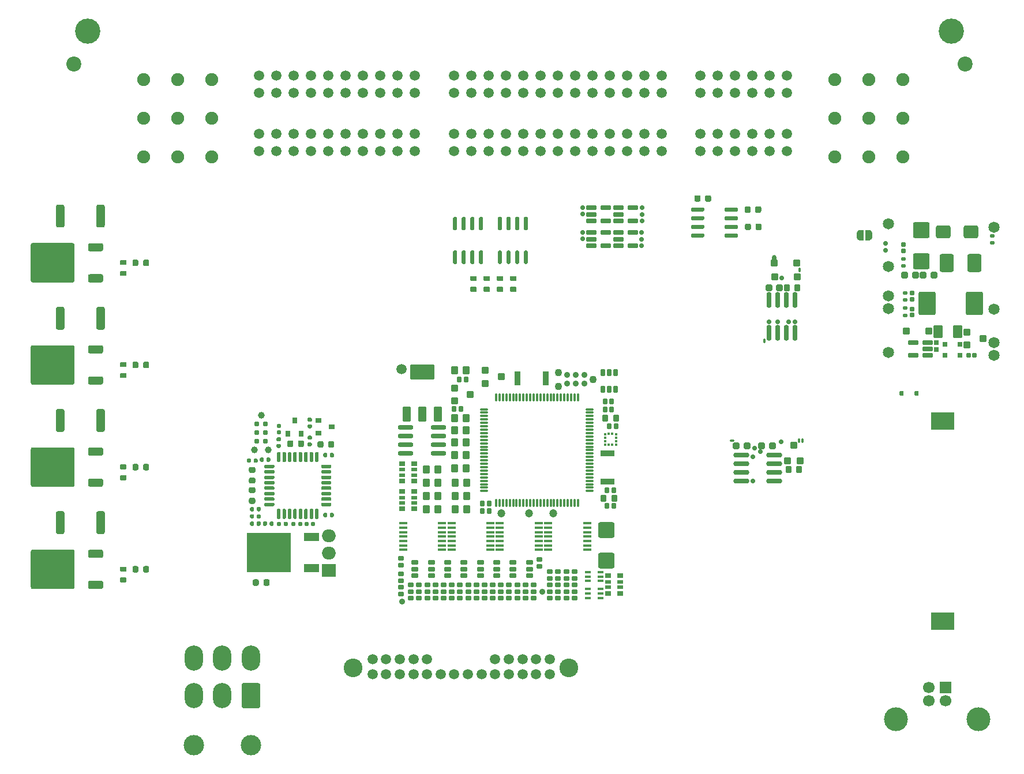
<source format=gts>
G75*
G70*
%OFA0B0*%
%FSLAX25Y25*%
%IPPOS*%
%LPD*%
%AMOC8*
5,1,8,0,0,1.08239X$1,22.5*
%
%AMM146*
21,1,0.092130,0.073230,-0.000000,-0.000000,90.000000*
21,1,0.069290,0.096060,-0.000000,-0.000000,90.000000*
1,1,0.022840,0.036610,0.034650*
1,1,0.022840,0.036610,-0.034650*
1,1,0.022840,-0.036610,-0.034650*
1,1,0.022840,-0.036610,0.034650*
%
%AMM147*
21,1,0.100000,0.111020,-0.000000,-0.000000,180.000000*
21,1,0.075590,0.135430,-0.000000,-0.000000,180.000000*
1,1,0.024410,-0.037800,0.055510*
1,1,0.024410,0.037800,0.055510*
1,1,0.024410,0.037800,-0.055510*
1,1,0.024410,-0.037800,-0.055510*
%
%AMM148*
21,1,0.080320,0.083460,-0.000000,-0.000000,180.000000*
21,1,0.059840,0.103940,-0.000000,-0.000000,180.000000*
1,1,0.020470,-0.029920,0.041730*
1,1,0.020470,0.029920,0.041730*
1,1,0.020470,0.029920,-0.041730*
1,1,0.020470,-0.029920,-0.041730*
%
%AMM149*
21,1,0.084250,0.053540,-0.000000,-0.000000,0.000000*
21,1,0.065350,0.072440,-0.000000,-0.000000,0.000000*
1,1,0.018900,0.032680,-0.026770*
1,1,0.018900,-0.032680,-0.026770*
1,1,0.018900,-0.032680,0.026770*
1,1,0.018900,0.032680,0.026770*
%
%AMM150*
21,1,0.040950,0.030320,-0.000000,-0.000000,270.000000*
21,1,0.028350,0.042910,-0.000000,-0.000000,270.000000*
1,1,0.012600,-0.015160,-0.014170*
1,1,0.012600,-0.015160,0.014170*
1,1,0.012600,0.015160,0.014170*
1,1,0.012600,0.015160,-0.014170*
%
%AMM151*
21,1,0.027170,0.052760,-0.000000,-0.000000,90.000000*
21,1,0.017320,0.062600,-0.000000,-0.000000,90.000000*
1,1,0.009840,0.026380,0.008660*
1,1,0.009840,0.026380,-0.008660*
1,1,0.009840,-0.026380,-0.008660*
1,1,0.009840,-0.026380,0.008660*
%
%AMM152*
21,1,0.041340,0.026770,-0.000000,-0.000000,180.000000*
21,1,0.029130,0.038980,-0.000000,-0.000000,180.000000*
1,1,0.012210,-0.014570,0.013390*
1,1,0.012210,0.014570,0.013390*
1,1,0.012210,0.014570,-0.013390*
1,1,0.012210,-0.014570,-0.013390*
%
%AMM153*
21,1,0.076380,0.036220,-0.000000,-0.000000,270.000000*
21,1,0.061810,0.050790,-0.000000,-0.000000,270.000000*
1,1,0.014570,-0.018110,-0.030910*
1,1,0.014570,-0.018110,0.030910*
1,1,0.014570,0.018110,0.030910*
1,1,0.014570,0.018110,-0.030910*
%
%AMM154*
21,1,0.038980,0.026770,-0.000000,-0.000000,180.000000*
21,1,0.026770,0.038980,-0.000000,-0.000000,180.000000*
1,1,0.012210,-0.013390,0.013390*
1,1,0.012210,0.013390,0.013390*
1,1,0.012210,0.013390,-0.013390*
1,1,0.012210,-0.013390,-0.013390*
%
%AMM155*
21,1,0.021260,0.016540,-0.000000,-0.000000,90.000000*
21,1,0.012600,0.025200,-0.000000,-0.000000,90.000000*
1,1,0.008660,0.008270,0.006300*
1,1,0.008660,0.008270,-0.006300*
1,1,0.008660,-0.008270,-0.006300*
1,1,0.008660,-0.008270,0.006300*
%
%AMM156*
21,1,0.029130,0.018900,-0.000000,-0.000000,270.000000*
21,1,0.018900,0.029130,-0.000000,-0.000000,270.000000*
1,1,0.010240,-0.009450,-0.009450*
1,1,0.010240,-0.009450,0.009450*
1,1,0.010240,0.009450,0.009450*
1,1,0.010240,0.009450,-0.009450*
%
%AMM157*
21,1,0.025200,0.019680,-0.000000,-0.000000,180.000000*
21,1,0.015750,0.029130,-0.000000,-0.000000,180.000000*
1,1,0.009450,-0.007870,0.009840*
1,1,0.009450,0.007870,0.009840*
1,1,0.009450,0.007870,-0.009840*
1,1,0.009450,-0.007870,-0.009840*
%
%AMM158*
21,1,0.025200,0.019680,-0.000000,-0.000000,90.000000*
21,1,0.015750,0.029130,-0.000000,-0.000000,90.000000*
1,1,0.009450,0.009840,0.007870*
1,1,0.009450,0.009840,-0.007870*
1,1,0.009450,-0.009840,-0.007870*
1,1,0.009450,-0.009840,0.007870*
%
%AMM175*
21,1,0.040950,0.030320,-0.000000,-0.000000,0.000000*
21,1,0.028350,0.042910,-0.000000,-0.000000,0.000000*
1,1,0.012600,0.014170,-0.015160*
1,1,0.012600,-0.014170,-0.015160*
1,1,0.012600,-0.014170,0.015160*
1,1,0.012600,0.014170,0.015160*
%
%AMM176*
21,1,0.033070,0.030710,-0.000000,-0.000000,0.000000*
21,1,0.022050,0.041730,-0.000000,-0.000000,0.000000*
1,1,0.011020,0.011020,-0.015350*
1,1,0.011020,-0.011020,-0.015350*
1,1,0.011020,-0.011020,0.015350*
1,1,0.011020,0.011020,0.015350*
%
%AMM19*
21,1,0.027170,0.052760,0.000000,0.000000,270.000000*
21,1,0.017320,0.062600,0.000000,0.000000,270.000000*
1,1,0.009840,-0.026380,-0.008660*
1,1,0.009840,-0.026380,0.008660*
1,1,0.009840,0.026380,0.008660*
1,1,0.009840,0.026380,-0.008660*
%
%AMM20*
21,1,0.041340,0.026770,0.000000,0.000000,0.000000*
21,1,0.029130,0.038980,0.000000,0.000000,0.000000*
1,1,0.012210,0.014570,-0.013390*
1,1,0.012210,-0.014570,-0.013390*
1,1,0.012210,-0.014570,0.013390*
1,1,0.012210,0.014570,0.013390*
%
%AMM22*
21,1,0.038980,0.026770,0.000000,0.000000,0.000000*
21,1,0.026770,0.038980,0.000000,0.000000,0.000000*
1,1,0.012210,0.013390,-0.013390*
1,1,0.012210,-0.013390,-0.013390*
1,1,0.012210,-0.013390,0.013390*
1,1,0.012210,0.013390,0.013390*
%
%AMM53*
21,1,0.029530,0.026380,0.000000,0.000000,270.000000*
21,1,0.020470,0.035430,0.000000,0.000000,270.000000*
1,1,0.009060,-0.013190,-0.010240*
1,1,0.009060,-0.013190,0.010240*
1,1,0.009060,0.013190,0.010240*
1,1,0.009060,0.013190,-0.010240*
%
%AMM54*
21,1,0.021650,0.027950,0.000000,0.000000,270.000000*
21,1,0.014170,0.035430,0.000000,0.000000,270.000000*
1,1,0.007480,-0.013980,-0.007090*
1,1,0.007480,-0.013980,0.007090*
1,1,0.007480,0.013980,0.007090*
1,1,0.007480,0.013980,-0.007090*
%
%AMM55*
21,1,0.016540,0.028980,0.000000,0.000000,90.000000*
21,1,0.010080,0.035430,0.000000,0.000000,90.000000*
1,1,0.006460,0.014490,0.005040*
1,1,0.006460,0.014490,-0.005040*
1,1,0.006460,-0.014490,-0.005040*
1,1,0.006460,-0.014490,0.005040*
%
%AMM56*
21,1,0.027560,0.030710,0.000000,0.000000,180.000000*
21,1,0.018900,0.039370,0.000000,0.000000,180.000000*
1,1,0.008660,-0.009450,0.015350*
1,1,0.008660,0.009450,0.015350*
1,1,0.008660,0.009450,-0.015350*
1,1,0.008660,-0.009450,-0.015350*
%
%AMM57*
21,1,0.031500,0.018900,0.000000,0.000000,90.000000*
21,1,0.022840,0.027560,0.000000,0.000000,90.000000*
1,1,0.008660,0.009450,0.011420*
1,1,0.008660,0.009450,-0.011420*
1,1,0.008660,-0.009450,-0.011420*
1,1,0.008660,-0.009450,0.011420*
%
%AMM58*
21,1,0.035430,0.072440,0.000000,0.000000,90.000000*
21,1,0.025200,0.082680,0.000000,0.000000,90.000000*
1,1,0.010240,0.036220,0.012600*
1,1,0.010240,0.036220,-0.012600*
1,1,0.010240,-0.036220,-0.012600*
1,1,0.010240,-0.036220,0.012600*
%
%AMM59*
21,1,0.031500,0.018900,0.000000,0.000000,180.000000*
21,1,0.022840,0.027560,0.000000,0.000000,180.000000*
1,1,0.008660,-0.011420,0.009450*
1,1,0.008660,0.011420,0.009450*
1,1,0.008660,0.011420,-0.009450*
1,1,0.008660,-0.011420,-0.009450*
%
%AMM60*
21,1,0.027560,0.030710,0.000000,0.000000,270.000000*
21,1,0.018900,0.039370,0.000000,0.000000,270.000000*
1,1,0.008660,-0.015350,-0.009450*
1,1,0.008660,-0.015350,0.009450*
1,1,0.008660,0.015350,0.009450*
1,1,0.008660,0.015350,-0.009450*
%
%AMM61*
21,1,0.039370,0.030320,0.000000,0.000000,270.000000*
21,1,0.028350,0.041340,0.000000,0.000000,270.000000*
1,1,0.011020,-0.015160,-0.014170*
1,1,0.011020,-0.015160,0.014170*
1,1,0.011020,0.015160,0.014170*
1,1,0.011020,0.015160,-0.014170*
%
%AMM62*
21,1,0.047240,0.075980,0.000000,0.000000,0.000000*
21,1,0.034650,0.088580,0.000000,0.000000,0.000000*
1,1,0.012600,0.017320,-0.037990*
1,1,0.012600,-0.017320,-0.037990*
1,1,0.012600,-0.017320,0.037990*
1,1,0.012600,0.017320,0.037990*
%
%AMM63*
21,1,0.043310,0.035430,0.000000,0.000000,0.000000*
21,1,0.031500,0.047240,0.000000,0.000000,0.000000*
1,1,0.011810,0.015750,-0.017720*
1,1,0.011810,-0.015750,-0.017720*
1,1,0.011810,-0.015750,0.017720*
1,1,0.011810,0.015750,0.017720*
%
%AMM64*
21,1,0.031500,0.030710,0.000000,0.000000,0.000000*
21,1,0.022050,0.040160,0.000000,0.000000,0.000000*
1,1,0.009450,0.011020,-0.015350*
1,1,0.009450,-0.011020,-0.015350*
1,1,0.009450,-0.011020,0.015350*
1,1,0.009450,0.011020,0.015350*
%
%AMM65*
21,1,0.035430,0.072440,0.000000,0.000000,0.000000*
21,1,0.025200,0.082680,0.000000,0.000000,0.000000*
1,1,0.010240,0.012600,-0.036220*
1,1,0.010240,-0.012600,-0.036220*
1,1,0.010240,-0.012600,0.036220*
1,1,0.010240,0.012600,0.036220*
%
%AMM66*
21,1,0.141730,0.067720,0.000000,0.000000,0.000000*
21,1,0.120870,0.088580,0.000000,0.000000,0.000000*
1,1,0.020870,0.060430,-0.033860*
1,1,0.020870,-0.060430,-0.033860*
1,1,0.020870,-0.060430,0.033860*
1,1,0.020870,0.060430,0.033860*
%
%AMM67*
21,1,0.047240,0.075990,0.000000,0.000000,0.000000*
21,1,0.034650,0.088580,0.000000,0.000000,0.000000*
1,1,0.012600,0.017320,-0.037990*
1,1,0.012600,-0.017320,-0.037990*
1,1,0.012600,-0.017320,0.037990*
1,1,0.012600,0.017320,0.037990*
%
%AMM68*
21,1,0.090550,0.073230,0.000000,0.000000,90.000000*
21,1,0.069290,0.094490,0.000000,0.000000,90.000000*
1,1,0.021260,0.036610,0.034650*
1,1,0.021260,0.036610,-0.034650*
1,1,0.021260,-0.036610,-0.034650*
1,1,0.021260,-0.036610,0.034650*
%
%AMM96*
21,1,0.033070,0.030710,0.000000,0.000000,0.000000*
21,1,0.022050,0.041730,0.000000,0.000000,0.000000*
1,1,0.011020,0.011020,-0.015350*
1,1,0.011020,-0.011020,-0.015350*
1,1,0.011020,-0.011020,0.015350*
1,1,0.011020,0.011020,0.015350*
%
%ADD101M22*%
%ADD106C,0.02913*%
%ADD107C,0.06457*%
%ADD11R,0.13819X0.10000*%
%ADD12C,0.05906*%
%ADD14C,0.11811*%
%ADD145C,0.03100*%
%ADD149C,0.03900*%
%ADD151M53*%
%ADD152M54*%
%ADD153M55*%
%ADD154O,0.05118X0.01260*%
%ADD155O,0.01260X0.05118*%
%ADD156O,0.04724X0.01575*%
%ADD157C,0.03494*%
%ADD158M56*%
%ADD159M57*%
%ADD160R,0.01772X0.01378*%
%ADD161R,0.01378X0.01772*%
%ADD162M58*%
%ADD163M59*%
%ADD164M60*%
%ADD165M61*%
%ADD166O,0.09055X0.02756*%
%ADD167M62*%
%ADD168M63*%
%ADD169M64*%
%ADD170M65*%
%ADD171M66*%
%ADD172M67*%
%ADD173C,0.03543*%
%ADD174M68*%
%ADD175C,0.04724*%
%ADD176C,0.04294*%
%ADD216O,0.02520X0.01535*%
%ADD217O,0.01535X0.02520*%
%ADD219O,0.09213X0.02913*%
%ADD22C,0.02362*%
%ADD221R,0.03543X0.03150*%
%ADD223C,0.05118*%
%ADD225R,0.03150X0.03543*%
%ADD246O,0.01339X0.03307*%
%ADD247O,0.02520X0.04488*%
%ADD248M96*%
%ADD249O,0.02913X0.09213*%
%ADD311M146*%
%ADD312M147*%
%ADD313M148*%
%ADD314M149*%
%ADD315M150*%
%ADD316M151*%
%ADD317M152*%
%ADD318M153*%
%ADD319M154*%
%ADD320M155*%
%ADD321M156*%
%ADD322M157*%
%ADD323M158*%
%ADD344M175*%
%ADD345M176*%
%ADD346R,0.08661X0.04724*%
%ADD347R,0.25197X0.22835*%
%ADD348R,0.07874X0.07500*%
%ADD349O,0.07874X0.07500*%
%ADD46R,0.06693X0.06693*%
%ADD47C,0.06693*%
%ADD48C,0.13780*%
%ADD49O,0.10630X0.14567*%
%ADD52O,0.00787X0.02756*%
%ADD54O,0.01969X0.03937*%
%ADD55O,0.00984X0.01969*%
%ADD59O,0.01969X0.00984*%
%ADD61C,0.07480*%
%ADD62C,0.10827*%
%ADD63C,0.08661*%
%ADD64C,0.14567*%
%ADD98M19*%
%ADD99M20*%
X0000000Y0000000D02*
%LPD*%
G01*
D11*
X0567239Y0213643D03*
X0567239Y0098052D03*
G36*
G01*
X0099116Y0245038D02*
X0099116Y0247056D01*
G75*
G02*
X0099977Y0247917I0000861J0000000D01*
G01*
X0101700Y0247917D01*
G75*
G02*
X0102561Y0247056I0000000J-000861D01*
G01*
X0102561Y0245038D01*
G75*
G02*
X0101700Y0244177I-000861J0000000D01*
G01*
X0099977Y0244177D01*
G75*
G02*
X0099116Y0245038I0000000J0000861D01*
G01*
G37*
G36*
G01*
X0105317Y0245038D02*
X0105317Y0247056D01*
G75*
G02*
X0106178Y0247917I0000861J0000000D01*
G01*
X0107901Y0247917D01*
G75*
G02*
X0108762Y0247056I0000000J-000861D01*
G01*
X0108762Y0245038D01*
G75*
G02*
X0107901Y0244177I-000861J0000000D01*
G01*
X0106178Y0244177D01*
G75*
G02*
X0105317Y0245038I0000000J0000861D01*
G01*
G37*
G36*
X0522630Y0324000D02*
G01*
X0524598Y0324000D01*
X0524598Y0323980D01*
X0524879Y0323980D01*
X0525416Y0323822D01*
X0525888Y0323519D01*
X0526254Y0323096D01*
X0526487Y0322586D01*
X0526567Y0322031D01*
X0526567Y0320063D01*
X0526487Y0319508D01*
X0526254Y0318999D01*
X0525888Y0318575D01*
X0525416Y0318272D01*
X0524879Y0318115D01*
X0524598Y0318115D01*
X0524598Y0318094D01*
X0522630Y0318094D01*
X0522630Y0324000D01*
G37*
G36*
X0519480Y0318115D02*
G01*
X0519200Y0318115D01*
X0518663Y0318272D01*
X0518191Y0318575D01*
X0517824Y0318999D01*
X0517592Y0319508D01*
X0517512Y0320063D01*
X0517512Y0322031D01*
X0517592Y0322586D01*
X0517824Y0323096D01*
X0518191Y0323519D01*
X0518663Y0323822D01*
X0519200Y0323980D01*
X0519480Y0323980D01*
X0519480Y0324000D01*
X0521449Y0324000D01*
X0521449Y0318094D01*
X0519480Y0318094D01*
X0519480Y0318115D01*
G37*
G36*
G01*
X0099116Y0304094D02*
X0099116Y0306111D01*
G75*
G02*
X0099977Y0306972I0000861J0000000D01*
G01*
X0101700Y0306972D01*
G75*
G02*
X0102561Y0306111I0000000J-000861D01*
G01*
X0102561Y0304094D01*
G75*
G02*
X0101700Y0303232I-000861J0000000D01*
G01*
X0099977Y0303232D01*
G75*
G02*
X0099116Y0304094I0000000J0000861D01*
G01*
G37*
G36*
G01*
X0105317Y0304094D02*
X0105317Y0306111D01*
G75*
G02*
X0106178Y0306972I0000861J0000000D01*
G01*
X0107901Y0306972D01*
G75*
G02*
X0108762Y0306111I0000000J-000861D01*
G01*
X0108762Y0304094D01*
G75*
G02*
X0107901Y0303232I-000861J0000000D01*
G01*
X0106178Y0303232D01*
G75*
G02*
X0105317Y0304094I0000000J0000861D01*
G01*
G37*
G36*
G01*
X0083114Y0337713D02*
X0083114Y0326492D01*
G75*
G02*
X0082130Y0325508I-000984J0000000D01*
G01*
X0079276Y0325508D01*
G75*
G02*
X0078291Y0326492I0000000J0000984D01*
G01*
X0078291Y0337713D01*
G75*
G02*
X0079276Y0338697I0000984J0000000D01*
G01*
X0082130Y0338697D01*
G75*
G02*
X0083114Y0337713I0000000J-000984D01*
G01*
G37*
G36*
G01*
X0059787Y0337713D02*
X0059787Y0326492D01*
G75*
G02*
X0058803Y0325508I-000984J0000000D01*
G01*
X0055949Y0325508D01*
G75*
G02*
X0054965Y0326492I0000000J0000984D01*
G01*
X0054965Y0337713D01*
G75*
G02*
X0055949Y0338697I0000984J0000000D01*
G01*
X0058803Y0338697D01*
G75*
G02*
X0059787Y0337713I0000000J-000984D01*
G01*
G37*
G36*
G01*
X0312035Y0304465D02*
X0310854Y0304465D01*
G75*
G02*
X0310264Y0305055I0000000J0000591D01*
G01*
X0310264Y0311551D01*
G75*
G02*
X0310854Y0312142I0000591J0000000D01*
G01*
X0312035Y0312142D01*
G75*
G02*
X0312626Y0311551I0000000J-000591D01*
G01*
X0312626Y0305055D01*
G75*
G02*
X0312035Y0304465I-000591J0000000D01*
G01*
G37*
G36*
G01*
X0317035Y0304465D02*
X0315854Y0304465D01*
G75*
G02*
X0315264Y0305055I0000000J0000591D01*
G01*
X0315264Y0311551D01*
G75*
G02*
X0315854Y0312142I0000591J0000000D01*
G01*
X0317035Y0312142D01*
G75*
G02*
X0317626Y0311551I0000000J-000591D01*
G01*
X0317626Y0305055D01*
G75*
G02*
X0317035Y0304465I-000591J0000000D01*
G01*
G37*
G36*
G01*
X0322035Y0304465D02*
X0320854Y0304465D01*
G75*
G02*
X0320264Y0305055I0000000J0000591D01*
G01*
X0320264Y0311551D01*
G75*
G02*
X0320854Y0312142I0000591J0000000D01*
G01*
X0322035Y0312142D01*
G75*
G02*
X0322626Y0311551I0000000J-000591D01*
G01*
X0322626Y0305055D01*
G75*
G02*
X0322035Y0304465I-000591J0000000D01*
G01*
G37*
G36*
G01*
X0327035Y0304465D02*
X0325854Y0304465D01*
G75*
G02*
X0325264Y0305055I0000000J0000591D01*
G01*
X0325264Y0311551D01*
G75*
G02*
X0325854Y0312142I0000591J0000000D01*
G01*
X0327035Y0312142D01*
G75*
G02*
X0327626Y0311551I0000000J-000591D01*
G01*
X0327626Y0305055D01*
G75*
G02*
X0327035Y0304465I-000591J0000000D01*
G01*
G37*
G36*
G01*
X0327035Y0323953D02*
X0325854Y0323953D01*
G75*
G02*
X0325264Y0324543I0000000J0000591D01*
G01*
X0325264Y0331039D01*
G75*
G02*
X0325854Y0331630I0000591J0000000D01*
G01*
X0327035Y0331630D01*
G75*
G02*
X0327626Y0331039I0000000J-000591D01*
G01*
X0327626Y0324543D01*
G75*
G02*
X0327035Y0323953I-000591J0000000D01*
G01*
G37*
G36*
G01*
X0322035Y0323953D02*
X0320854Y0323953D01*
G75*
G02*
X0320264Y0324543I0000000J0000591D01*
G01*
X0320264Y0331039D01*
G75*
G02*
X0320854Y0331630I0000591J0000000D01*
G01*
X0322035Y0331630D01*
G75*
G02*
X0322626Y0331039I0000000J-000591D01*
G01*
X0322626Y0324543D01*
G75*
G02*
X0322035Y0323953I-000591J0000000D01*
G01*
G37*
G36*
G01*
X0317035Y0323953D02*
X0315854Y0323953D01*
G75*
G02*
X0315264Y0324543I0000000J0000591D01*
G01*
X0315264Y0331039D01*
G75*
G02*
X0315854Y0331630I0000591J0000000D01*
G01*
X0317035Y0331630D01*
G75*
G02*
X0317626Y0331039I0000000J-000591D01*
G01*
X0317626Y0324543D01*
G75*
G02*
X0317035Y0323953I-000591J0000000D01*
G01*
G37*
G36*
G01*
X0312035Y0323953D02*
X0310854Y0323953D01*
G75*
G02*
X0310264Y0324543I0000000J0000591D01*
G01*
X0310264Y0331039D01*
G75*
G02*
X0310854Y0331630I0000591J0000000D01*
G01*
X0312035Y0331630D01*
G75*
G02*
X0312626Y0331039I0000000J-000591D01*
G01*
X0312626Y0324543D01*
G75*
G02*
X0312035Y0323953I-000591J0000000D01*
G01*
G37*
G36*
G01*
X0305401Y0288413D02*
X0302331Y0288413D01*
G75*
G02*
X0302055Y0288689I0000000J0000276D01*
G01*
X0302055Y0290894D01*
G75*
G02*
X0302331Y0291169I0000276J0000000D01*
G01*
X0305401Y0291169D01*
G75*
G02*
X0305677Y0290894I0000000J-000276D01*
G01*
X0305677Y0288689D01*
G75*
G02*
X0305401Y0288413I-000276J0000000D01*
G01*
G37*
G36*
G01*
X0305401Y0294713D02*
X0302331Y0294713D01*
G75*
G02*
X0302055Y0294988I0000000J0000276D01*
G01*
X0302055Y0297193D01*
G75*
G02*
X0302331Y0297469I0000276J0000000D01*
G01*
X0305401Y0297469D01*
G75*
G02*
X0305677Y0297193I0000000J-000276D01*
G01*
X0305677Y0294988D01*
G75*
G02*
X0305401Y0294713I-000276J0000000D01*
G01*
G37*
G36*
G01*
X0286130Y0304465D02*
X0284949Y0304465D01*
G75*
G02*
X0284358Y0305055I0000000J0000591D01*
G01*
X0284358Y0311551D01*
G75*
G02*
X0284949Y0312142I0000591J0000000D01*
G01*
X0286130Y0312142D01*
G75*
G02*
X0286720Y0311551I0000000J-000591D01*
G01*
X0286720Y0305055D01*
G75*
G02*
X0286130Y0304465I-000591J0000000D01*
G01*
G37*
G36*
G01*
X0291130Y0304465D02*
X0289949Y0304465D01*
G75*
G02*
X0289358Y0305055I0000000J0000591D01*
G01*
X0289358Y0311551D01*
G75*
G02*
X0289949Y0312142I0000591J0000000D01*
G01*
X0291130Y0312142D01*
G75*
G02*
X0291720Y0311551I0000000J-000591D01*
G01*
X0291720Y0305055D01*
G75*
G02*
X0291130Y0304465I-000591J0000000D01*
G01*
G37*
G36*
G01*
X0296130Y0304465D02*
X0294949Y0304465D01*
G75*
G02*
X0294358Y0305055I0000000J0000591D01*
G01*
X0294358Y0311551D01*
G75*
G02*
X0294949Y0312142I0000591J0000000D01*
G01*
X0296130Y0312142D01*
G75*
G02*
X0296720Y0311551I0000000J-000591D01*
G01*
X0296720Y0305055D01*
G75*
G02*
X0296130Y0304465I-000591J0000000D01*
G01*
G37*
G36*
G01*
X0301130Y0304465D02*
X0299949Y0304465D01*
G75*
G02*
X0299358Y0305055I0000000J0000591D01*
G01*
X0299358Y0311551D01*
G75*
G02*
X0299949Y0312142I0000591J0000000D01*
G01*
X0301130Y0312142D01*
G75*
G02*
X0301720Y0311551I0000000J-000591D01*
G01*
X0301720Y0305055D01*
G75*
G02*
X0301130Y0304465I-000591J0000000D01*
G01*
G37*
G36*
G01*
X0301130Y0323953D02*
X0299949Y0323953D01*
G75*
G02*
X0299358Y0324543I0000000J0000591D01*
G01*
X0299358Y0331039D01*
G75*
G02*
X0299949Y0331630I0000591J0000000D01*
G01*
X0301130Y0331630D01*
G75*
G02*
X0301720Y0331039I0000000J-000591D01*
G01*
X0301720Y0324543D01*
G75*
G02*
X0301130Y0323953I-000591J0000000D01*
G01*
G37*
G36*
G01*
X0296130Y0323953D02*
X0294949Y0323953D01*
G75*
G02*
X0294358Y0324543I0000000J0000591D01*
G01*
X0294358Y0331039D01*
G75*
G02*
X0294949Y0331630I0000591J0000000D01*
G01*
X0296130Y0331630D01*
G75*
G02*
X0296720Y0331039I0000000J-000591D01*
G01*
X0296720Y0324543D01*
G75*
G02*
X0296130Y0323953I-000591J0000000D01*
G01*
G37*
G36*
G01*
X0291130Y0323953D02*
X0289949Y0323953D01*
G75*
G02*
X0289358Y0324543I0000000J0000591D01*
G01*
X0289358Y0331039D01*
G75*
G02*
X0289949Y0331630I0000591J0000000D01*
G01*
X0291130Y0331630D01*
G75*
G02*
X0291720Y0331039I0000000J-000591D01*
G01*
X0291720Y0324543D01*
G75*
G02*
X0291130Y0323953I-000591J0000000D01*
G01*
G37*
G36*
G01*
X0286130Y0323953D02*
X0284949Y0323953D01*
G75*
G02*
X0284358Y0324543I0000000J0000591D01*
G01*
X0284358Y0331039D01*
G75*
G02*
X0284949Y0331630I0000591J0000000D01*
G01*
X0286130Y0331630D01*
G75*
G02*
X0286720Y0331039I0000000J-000591D01*
G01*
X0286720Y0324543D01*
G75*
G02*
X0286130Y0323953I-000591J0000000D01*
G01*
G37*
G36*
G01*
X0423868Y0341263D02*
X0423868Y0343231D01*
G75*
G02*
X0424754Y0344117I0000886J0000000D01*
G01*
X0426525Y0344117D01*
G75*
G02*
X0427411Y0343231I0000000J-000886D01*
G01*
X0427411Y0341263D01*
G75*
G02*
X0426525Y0340377I-000886J0000000D01*
G01*
X0424754Y0340377D01*
G75*
G02*
X0423868Y0341263I0000000J0000886D01*
G01*
G37*
G36*
G01*
X0429970Y0341263D02*
X0429970Y0343231D01*
G75*
G02*
X0430856Y0344117I0000886J0000000D01*
G01*
X0432628Y0344117D01*
G75*
G02*
X0433513Y0343231I0000000J-000886D01*
G01*
X0433513Y0341263D01*
G75*
G02*
X0432628Y0340377I-000886J0000000D01*
G01*
X0430856Y0340377D01*
G75*
G02*
X0429970Y0341263I0000000J0000886D01*
G01*
G37*
G36*
G01*
X0095374Y0120409D02*
X0092303Y0120409D01*
G75*
G02*
X0092028Y0120685I0000000J0000276D01*
G01*
X0092028Y0122890D01*
G75*
G02*
X0092303Y0123165I0000276J0000000D01*
G01*
X0095374Y0123165D01*
G75*
G02*
X0095650Y0122890I0000000J-000276D01*
G01*
X0095650Y0120685D01*
G75*
G02*
X0095374Y0120409I-000276J0000000D01*
G01*
G37*
G36*
G01*
X0095374Y0126709D02*
X0092303Y0126709D01*
G75*
G02*
X0092028Y0126984I0000000J0000276D01*
G01*
X0092028Y0129189D01*
G75*
G02*
X0092303Y0129465I0000276J0000000D01*
G01*
X0095374Y0129465D01*
G75*
G02*
X0095650Y0129189I0000000J-000276D01*
G01*
X0095650Y0126984D01*
G75*
G02*
X0095374Y0126709I-000276J0000000D01*
G01*
G37*
D62*
X0226636Y0070847D03*
X0351439Y0070847D03*
D12*
X0237857Y0075965D03*
X0245731Y0075965D03*
X0253605Y0075965D03*
X0261479Y0075965D03*
X0269353Y0075965D03*
X0308723Y0075965D03*
X0316597Y0075965D03*
X0324471Y0075965D03*
X0332345Y0075965D03*
X0340219Y0075965D03*
X0237857Y0067304D03*
X0245731Y0067304D03*
X0253605Y0067304D03*
X0261479Y0067304D03*
X0269353Y0067304D03*
X0277227Y0067304D03*
X0285101Y0067304D03*
X0292975Y0067304D03*
X0300849Y0067304D03*
X0308723Y0067304D03*
X0316597Y0067304D03*
X0324471Y0067304D03*
X0332345Y0067304D03*
X0340219Y0067304D03*
G36*
G01*
X0083114Y0219602D02*
X0083114Y0208382D01*
G75*
G02*
X0082130Y0207398I-000984J0000000D01*
G01*
X0079276Y0207398D01*
G75*
G02*
X0078291Y0208382I0000000J0000984D01*
G01*
X0078291Y0219602D01*
G75*
G02*
X0079276Y0220587I0000984J0000000D01*
G01*
X0082130Y0220587D01*
G75*
G02*
X0083114Y0219602I0000000J-000984D01*
G01*
G37*
G36*
G01*
X0059787Y0219602D02*
X0059787Y0208382D01*
G75*
G02*
X0058803Y0207398I-000984J0000000D01*
G01*
X0055949Y0207398D01*
G75*
G02*
X0054965Y0208382I0000000J0000984D01*
G01*
X0054965Y0219602D01*
G75*
G02*
X0055949Y0220587I0000984J0000000D01*
G01*
X0058803Y0220587D01*
G75*
G02*
X0059787Y0219602I0000000J-000984D01*
G01*
G37*
G36*
G01*
X0542564Y0230828D02*
X0544454Y0230828D01*
G75*
G02*
X0544690Y0230592I0000000J-000236D01*
G01*
X0544690Y0228702D01*
G75*
G02*
X0544454Y0228466I-000236J0000000D01*
G01*
X0542564Y0228466D01*
G75*
G02*
X0542328Y0228702I0000000J0000236D01*
G01*
X0542328Y0230592D01*
G75*
G02*
X0542564Y0230828I0000236J0000000D01*
G01*
G37*
G36*
G01*
X0551225Y0230828D02*
X0553115Y0230828D01*
G75*
G02*
X0553351Y0230592I0000000J-000236D01*
G01*
X0553351Y0228702D01*
G75*
G02*
X0553115Y0228466I-000236J0000000D01*
G01*
X0551225Y0228466D01*
G75*
G02*
X0550989Y0228702I0000000J0000236D01*
G01*
X0550989Y0230592D01*
G75*
G02*
X0551225Y0230828I0000236J0000000D01*
G01*
G37*
G36*
G01*
X0082173Y0120339D02*
X0082173Y0117583D01*
G75*
G02*
X0081189Y0116598I-000984J0000000D01*
G01*
X0074496Y0116598D01*
G75*
G02*
X0073512Y0117583I0000000J0000984D01*
G01*
X0073512Y0120339D01*
G75*
G02*
X0074496Y0121323I0000984J0000000D01*
G01*
X0081189Y0121323D01*
G75*
G02*
X0082173Y0120339I0000000J-000984D01*
G01*
G37*
G36*
G01*
X0065638Y0138370D02*
X0065638Y0117504D01*
G75*
G02*
X0064654Y0116520I-000984J0000000D01*
G01*
X0041425Y0116520D01*
G75*
G02*
X0040441Y0117504I0000000J0000984D01*
G01*
X0040441Y0138370D01*
G75*
G02*
X0041425Y0139354I0000984J0000000D01*
G01*
X0064654Y0139354D01*
G75*
G02*
X0065638Y0138370I0000000J-000984D01*
G01*
G37*
G36*
G01*
X0082173Y0138291D02*
X0082173Y0135535D01*
G75*
G02*
X0081189Y0134551I-000984J0000000D01*
G01*
X0074496Y0134551D01*
G75*
G02*
X0073512Y0135535I0000000J0000984D01*
G01*
X0073512Y0138291D01*
G75*
G02*
X0074496Y0139276I0000984J0000000D01*
G01*
X0081189Y0139276D01*
G75*
G02*
X0082173Y0138291I0000000J-000984D01*
G01*
G37*
G36*
G01*
X0297728Y0288413D02*
X0294657Y0288413D01*
G75*
G02*
X0294382Y0288689I0000000J0000276D01*
G01*
X0294382Y0290894D01*
G75*
G02*
X0294657Y0291169I0000276J0000000D01*
G01*
X0297728Y0291169D01*
G75*
G02*
X0298004Y0290894I0000000J-000276D01*
G01*
X0298004Y0288689D01*
G75*
G02*
X0297728Y0288413I-000276J0000000D01*
G01*
G37*
G36*
G01*
X0297728Y0294713D02*
X0294657Y0294713D01*
G75*
G02*
X0294382Y0294988I0000000J0000276D01*
G01*
X0294382Y0297193D01*
G75*
G02*
X0294657Y0297469I0000276J0000000D01*
G01*
X0297728Y0297469D01*
G75*
G02*
X0298004Y0297193I0000000J-000276D01*
G01*
X0298004Y0294988D01*
G75*
G02*
X0297728Y0294713I-000276J0000000D01*
G01*
G37*
G36*
G01*
X0453017Y0324863D02*
X0453017Y0326831D01*
G75*
G02*
X0453902Y0327717I0000886J0000000D01*
G01*
X0455674Y0327717D01*
G75*
G02*
X0456560Y0326831I0000000J-000886D01*
G01*
X0456560Y0324863D01*
G75*
G02*
X0455674Y0323977I-000886J0000000D01*
G01*
X0453902Y0323977D01*
G75*
G02*
X0453017Y0324863I0000000J0000886D01*
G01*
G37*
G36*
G01*
X0459119Y0324863D02*
X0459119Y0326831D01*
G75*
G02*
X0460005Y0327717I0000886J0000000D01*
G01*
X0461776Y0327717D01*
G75*
G02*
X0462662Y0326831I0000000J-000886D01*
G01*
X0462662Y0324863D01*
G75*
G02*
X0461776Y0323977I-000886J0000000D01*
G01*
X0460005Y0323977D01*
G75*
G02*
X0459119Y0324863I0000000J0000886D01*
G01*
G37*
D22*
X0393436Y0322536D03*
X0393436Y0318796D03*
X0393436Y0315056D03*
X0359184Y0318993D03*
X0359184Y0322536D03*
G36*
G01*
X0099116Y0185983D02*
X0099116Y0188001D01*
G75*
G02*
X0099977Y0188862I0000861J0000000D01*
G01*
X0101700Y0188862D01*
G75*
G02*
X0102561Y0188001I0000000J-000861D01*
G01*
X0102561Y0185983D01*
G75*
G02*
X0101700Y0185122I-000861J0000000D01*
G01*
X0099977Y0185122D01*
G75*
G02*
X0099116Y0185983I0000000J0000861D01*
G01*
G37*
G36*
G01*
X0105317Y0185983D02*
X0105317Y0188001D01*
G75*
G02*
X0106178Y0188862I0000861J0000000D01*
G01*
X0107901Y0188862D01*
G75*
G02*
X0108762Y0188001I0000000J-000861D01*
G01*
X0108762Y0185983D01*
G75*
G02*
X0107901Y0185122I-000861J0000000D01*
G01*
X0106178Y0185122D01*
G75*
G02*
X0105317Y0185983I0000000J0000861D01*
G01*
G37*
G36*
G01*
X0083114Y0278657D02*
X0083114Y0267437D01*
G75*
G02*
X0082130Y0266453I-000984J0000000D01*
G01*
X0079276Y0266453D01*
G75*
G02*
X0078291Y0267437I0000000J0000984D01*
G01*
X0078291Y0278657D01*
G75*
G02*
X0079276Y0279642I0000984J0000000D01*
G01*
X0082130Y0279642D01*
G75*
G02*
X0083114Y0278657I0000000J-000984D01*
G01*
G37*
G36*
G01*
X0059787Y0278657D02*
X0059787Y0267437D01*
G75*
G02*
X0058803Y0266453I-000984J0000000D01*
G01*
X0055949Y0266453D01*
G75*
G02*
X0054965Y0267437I0000000J0000984D01*
G01*
X0054965Y0278657D01*
G75*
G02*
X0055949Y0279642I0000984J0000000D01*
G01*
X0058803Y0279642D01*
G75*
G02*
X0059787Y0278657I0000000J-000984D01*
G01*
G37*
G36*
G01*
X0095374Y0297575D02*
X0092303Y0297575D01*
G75*
G02*
X0092028Y0297850I0000000J0000276D01*
G01*
X0092028Y0300055D01*
G75*
G02*
X0092303Y0300331I0000276J0000000D01*
G01*
X0095374Y0300331D01*
G75*
G02*
X0095650Y0300055I0000000J-000276D01*
G01*
X0095650Y0297850D01*
G75*
G02*
X0095374Y0297575I-000276J0000000D01*
G01*
G37*
G36*
G01*
X0095374Y0303874D02*
X0092303Y0303874D01*
G75*
G02*
X0092028Y0304150I0000000J0000276D01*
G01*
X0092028Y0306354D01*
G75*
G02*
X0092303Y0306630I0000276J0000000D01*
G01*
X0095374Y0306630D01*
G75*
G02*
X0095650Y0306354I0000000J-000276D01*
G01*
X0095650Y0304150D01*
G75*
G02*
X0095374Y0303874I-000276J0000000D01*
G01*
G37*
G36*
G01*
X0099116Y0126928D02*
X0099116Y0128946D01*
G75*
G02*
X0099977Y0129807I0000861J0000000D01*
G01*
X0101700Y0129807D01*
G75*
G02*
X0102561Y0128946I0000000J-000861D01*
G01*
X0102561Y0126928D01*
G75*
G02*
X0101700Y0126067I-000861J0000000D01*
G01*
X0099977Y0126067D01*
G75*
G02*
X0099116Y0126928I0000000J0000861D01*
G01*
G37*
G36*
G01*
X0105317Y0126928D02*
X0105317Y0128946D01*
G75*
G02*
X0106178Y0129807I0000861J0000000D01*
G01*
X0107901Y0129807D01*
G75*
G02*
X0108762Y0128946I0000000J-000861D01*
G01*
X0108762Y0126928D01*
G75*
G02*
X0107901Y0126067I-000861J0000000D01*
G01*
X0106178Y0126067D01*
G75*
G02*
X0105317Y0126928I0000000J0000861D01*
G01*
G37*
G36*
G01*
X0082173Y0238449D02*
X0082173Y0235693D01*
G75*
G02*
X0081189Y0234709I-000984J0000000D01*
G01*
X0074496Y0234709D01*
G75*
G02*
X0073512Y0235693I0000000J0000984D01*
G01*
X0073512Y0238449D01*
G75*
G02*
X0074496Y0239433I0000984J0000000D01*
G01*
X0081189Y0239433D01*
G75*
G02*
X0082173Y0238449I0000000J-000984D01*
G01*
G37*
G36*
G01*
X0065638Y0256480D02*
X0065638Y0235614D01*
G75*
G02*
X0064654Y0234630I-000984J0000000D01*
G01*
X0041425Y0234630D01*
G75*
G02*
X0040441Y0235614I0000000J0000984D01*
G01*
X0040441Y0256480D01*
G75*
G02*
X0041425Y0257465I0000984J0000000D01*
G01*
X0064654Y0257465D01*
G75*
G02*
X0065638Y0256480I0000000J-000984D01*
G01*
G37*
G36*
G01*
X0082173Y0256402D02*
X0082173Y0253646D01*
G75*
G02*
X0081189Y0252661I-000984J0000000D01*
G01*
X0074496Y0252661D01*
G75*
G02*
X0073512Y0253646I0000000J0000984D01*
G01*
X0073512Y0256402D01*
G75*
G02*
X0074496Y0257386I0000984J0000000D01*
G01*
X0081189Y0257386D01*
G75*
G02*
X0082173Y0256402I0000000J-000984D01*
G01*
G37*
D12*
X0536035Y0253335D03*
X0536035Y0278531D03*
X0536035Y0286012D03*
X0536035Y0302941D03*
D22*
X0534264Y0312390D03*
X0534264Y0316327D03*
D12*
X0536035Y0327547D03*
X0597059Y0251563D03*
X0597059Y0258846D03*
X0597059Y0278335D03*
X0597059Y0325776D03*
D46*
X0569061Y0059791D03*
D47*
X0559219Y0059791D03*
X0559219Y0051917D03*
X0569061Y0051917D03*
D48*
X0587841Y0041247D03*
X0540439Y0041247D03*
G36*
G01*
X0095374Y0238520D02*
X0092303Y0238520D01*
G75*
G02*
X0092028Y0238795I0000000J0000276D01*
G01*
X0092028Y0241000D01*
G75*
G02*
X0092303Y0241276I0000276J0000000D01*
G01*
X0095374Y0241276D01*
G75*
G02*
X0095650Y0241000I0000000J-000276D01*
G01*
X0095650Y0238795D01*
G75*
G02*
X0095374Y0238520I-000276J0000000D01*
G01*
G37*
G36*
G01*
X0095374Y0244819D02*
X0092303Y0244819D01*
G75*
G02*
X0092028Y0245094I0000000J0000276D01*
G01*
X0092028Y0247299D01*
G75*
G02*
X0092303Y0247575I0000276J0000000D01*
G01*
X0095374Y0247575D01*
G75*
G02*
X0095650Y0247299I0000000J-000276D01*
G01*
X0095650Y0245094D01*
G75*
G02*
X0095374Y0244819I-000276J0000000D01*
G01*
G37*
G36*
G01*
X0083114Y0160547D02*
X0083114Y0149327D01*
G75*
G02*
X0082130Y0148343I-000984J0000000D01*
G01*
X0079276Y0148343D01*
G75*
G02*
X0078291Y0149327I0000000J0000984D01*
G01*
X0078291Y0160547D01*
G75*
G02*
X0079276Y0161531I0000984J0000000D01*
G01*
X0082130Y0161531D01*
G75*
G02*
X0083114Y0160547I0000000J-000984D01*
G01*
G37*
G36*
G01*
X0059787Y0160547D02*
X0059787Y0149327D01*
G75*
G02*
X0058803Y0148343I-000984J0000000D01*
G01*
X0055949Y0148343D01*
G75*
G02*
X0054965Y0149327I0000000J0000984D01*
G01*
X0054965Y0160547D01*
G75*
G02*
X0055949Y0161531I0000984J0000000D01*
G01*
X0058803Y0161531D01*
G75*
G02*
X0059787Y0160547I0000000J-000984D01*
G01*
G37*
D22*
X0393457Y0336880D03*
X0393457Y0333139D03*
X0393457Y0329399D03*
X0359206Y0333336D03*
X0359206Y0336880D03*
G36*
G01*
X0082173Y0179394D02*
X0082173Y0176638D01*
G75*
G02*
X0081189Y0175654I-000984J0000000D01*
G01*
X0074496Y0175654D01*
G75*
G02*
X0073512Y0176638I0000000J0000984D01*
G01*
X0073512Y0179394D01*
G75*
G02*
X0074496Y0180378I0000984J0000000D01*
G01*
X0081189Y0180378D01*
G75*
G02*
X0082173Y0179394I0000000J-000984D01*
G01*
G37*
G36*
G01*
X0065638Y0197425D02*
X0065638Y0176559D01*
G75*
G02*
X0064654Y0175575I-000984J0000000D01*
G01*
X0041425Y0175575D01*
G75*
G02*
X0040441Y0176559I0000000J0000984D01*
G01*
X0040441Y0197425D01*
G75*
G02*
X0041425Y0198409I0000984J0000000D01*
G01*
X0064654Y0198409D01*
G75*
G02*
X0065638Y0197425I0000000J-000984D01*
G01*
G37*
G36*
G01*
X0082173Y0197346D02*
X0082173Y0194591D01*
G75*
G02*
X0081189Y0193606I-000984J0000000D01*
G01*
X0074496Y0193606D01*
G75*
G02*
X0073512Y0194591I0000000J0000984D01*
G01*
X0073512Y0197346D01*
G75*
G02*
X0074496Y0198331I0000984J0000000D01*
G01*
X0081189Y0198331D01*
G75*
G02*
X0082173Y0197346I0000000J-000984D01*
G01*
G37*
D14*
X0167575Y0026201D03*
X0134504Y0026201D03*
G36*
G01*
X0172890Y0061240D02*
X0172890Y0048642D01*
G75*
G02*
X0171906Y0047657I-000984J0000000D01*
G01*
X0163244Y0047657D01*
G75*
G02*
X0162260Y0048642I0000000J0000984D01*
G01*
X0162260Y0061240D01*
G75*
G02*
X0163244Y0062224I0000984J0000000D01*
G01*
X0171906Y0062224D01*
G75*
G02*
X0172890Y0061240I0000000J-000984D01*
G01*
G37*
D49*
X0151039Y0054941D03*
X0134504Y0054941D03*
X0167575Y0076594D03*
X0151039Y0076594D03*
X0134504Y0076594D03*
G36*
G01*
X0452817Y0334863D02*
X0452817Y0336831D01*
G75*
G02*
X0453702Y0337717I0000886J0000000D01*
G01*
X0455474Y0337717D01*
G75*
G02*
X0456360Y0336831I0000000J-000886D01*
G01*
X0456360Y0334863D01*
G75*
G02*
X0455474Y0333977I-000886J0000000D01*
G01*
X0453702Y0333977D01*
G75*
G02*
X0452817Y0334863I0000000J0000886D01*
G01*
G37*
G36*
G01*
X0458919Y0334863D02*
X0458919Y0336831D01*
G75*
G02*
X0459805Y0337717I0000886J0000000D01*
G01*
X0461576Y0337717D01*
G75*
G02*
X0462462Y0336831I0000000J-000886D01*
G01*
X0462462Y0334863D01*
G75*
G02*
X0461576Y0333977I-000886J0000000D01*
G01*
X0459805Y0333977D01*
G75*
G02*
X0458919Y0334863I0000000J0000886D01*
G01*
G37*
D52*
X0484702Y0300947D03*
D54*
X0469859Y0307345D03*
D55*
X0464328Y0260002D03*
D22*
X0474111Y0296420D03*
X0466907Y0271124D03*
X0471926Y0271124D03*
X0478422Y0271124D03*
X0481966Y0271124D03*
D59*
X0445632Y0202423D03*
D55*
X0486380Y0202226D03*
X0484411Y0202226D03*
D22*
X0458624Y0198092D03*
X0462069Y0196025D03*
X0457443Y0193072D03*
X0457738Y0179096D03*
G36*
G01*
X0320748Y0288413D02*
X0317677Y0288413D01*
G75*
G02*
X0317402Y0288689I0000000J0000276D01*
G01*
X0317402Y0290894D01*
G75*
G02*
X0317677Y0291169I0000276J0000000D01*
G01*
X0320748Y0291169D01*
G75*
G02*
X0321024Y0290894I0000000J-000276D01*
G01*
X0321024Y0288689D01*
G75*
G02*
X0320748Y0288413I-000276J0000000D01*
G01*
G37*
G36*
G01*
X0320748Y0294713D02*
X0317677Y0294713D01*
G75*
G02*
X0317402Y0294988I0000000J0000276D01*
G01*
X0317402Y0297193D01*
G75*
G02*
X0317677Y0297469I0000276J0000000D01*
G01*
X0320748Y0297469D01*
G75*
G02*
X0321024Y0297193I0000000J-000276D01*
G01*
X0321024Y0294988D01*
G75*
G02*
X0320748Y0294713I-000276J0000000D01*
G01*
G37*
G36*
G01*
X0421784Y0335289D02*
X0421784Y0336470D01*
G75*
G02*
X0422375Y0337061I0000591J0000000D01*
G01*
X0428871Y0337061D01*
G75*
G02*
X0429461Y0336470I0000000J-000591D01*
G01*
X0429461Y0335289D01*
G75*
G02*
X0428871Y0334698I-000591J0000000D01*
G01*
X0422375Y0334698D01*
G75*
G02*
X0421784Y0335289I0000000J0000591D01*
G01*
G37*
G36*
G01*
X0421784Y0330289D02*
X0421784Y0331470D01*
G75*
G02*
X0422375Y0332061I0000591J0000000D01*
G01*
X0428871Y0332061D01*
G75*
G02*
X0429461Y0331470I0000000J-000591D01*
G01*
X0429461Y0330289D01*
G75*
G02*
X0428871Y0329698I-000591J0000000D01*
G01*
X0422375Y0329698D01*
G75*
G02*
X0421784Y0330289I0000000J0000591D01*
G01*
G37*
G36*
G01*
X0421784Y0325289D02*
X0421784Y0326470D01*
G75*
G02*
X0422375Y0327061I0000591J0000000D01*
G01*
X0428871Y0327061D01*
G75*
G02*
X0429461Y0326470I0000000J-000591D01*
G01*
X0429461Y0325289D01*
G75*
G02*
X0428871Y0324698I-000591J0000000D01*
G01*
X0422375Y0324698D01*
G75*
G02*
X0421784Y0325289I0000000J0000591D01*
G01*
G37*
G36*
G01*
X0421784Y0320289D02*
X0421784Y0321470D01*
G75*
G02*
X0422375Y0322061I0000591J0000000D01*
G01*
X0428871Y0322061D01*
G75*
G02*
X0429461Y0321470I0000000J-000591D01*
G01*
X0429461Y0320289D01*
G75*
G02*
X0428871Y0319698I-000591J0000000D01*
G01*
X0422375Y0319698D01*
G75*
G02*
X0421784Y0320289I0000000J0000591D01*
G01*
G37*
G36*
G01*
X0441272Y0320289D02*
X0441272Y0321470D01*
G75*
G02*
X0441863Y0322061I0000591J0000000D01*
G01*
X0448359Y0322061D01*
G75*
G02*
X0448950Y0321470I0000000J-000591D01*
G01*
X0448950Y0320289D01*
G75*
G02*
X0448359Y0319698I-000591J0000000D01*
G01*
X0441863Y0319698D01*
G75*
G02*
X0441272Y0320289I0000000J0000591D01*
G01*
G37*
G36*
G01*
X0441272Y0325289D02*
X0441272Y0326470D01*
G75*
G02*
X0441863Y0327061I0000591J0000000D01*
G01*
X0448359Y0327061D01*
G75*
G02*
X0448950Y0326470I0000000J-000591D01*
G01*
X0448950Y0325289D01*
G75*
G02*
X0448359Y0324698I-000591J0000000D01*
G01*
X0441863Y0324698D01*
G75*
G02*
X0441272Y0325289I0000000J0000591D01*
G01*
G37*
G36*
G01*
X0441272Y0330289D02*
X0441272Y0331470D01*
G75*
G02*
X0441863Y0332061I0000591J0000000D01*
G01*
X0448359Y0332061D01*
G75*
G02*
X0448950Y0331470I0000000J-000591D01*
G01*
X0448950Y0330289D01*
G75*
G02*
X0448359Y0329698I-000591J0000000D01*
G01*
X0441863Y0329698D01*
G75*
G02*
X0441272Y0330289I0000000J0000591D01*
G01*
G37*
G36*
G01*
X0441272Y0335289D02*
X0441272Y0336470D01*
G75*
G02*
X0441863Y0337061I0000591J0000000D01*
G01*
X0448359Y0337061D01*
G75*
G02*
X0448950Y0336470I0000000J-000591D01*
G01*
X0448950Y0335289D01*
G75*
G02*
X0448359Y0334698I-000591J0000000D01*
G01*
X0441863Y0334698D01*
G75*
G02*
X0441272Y0335289I0000000J0000591D01*
G01*
G37*
D63*
X0580222Y0419862D03*
D64*
X0572222Y0439134D03*
X0073348Y0439134D03*
D63*
X0065262Y0419862D03*
D61*
X0544219Y0411102D03*
X0524553Y0411102D03*
X0504884Y0411102D03*
X0544219Y0388657D03*
X0524553Y0388657D03*
X0504884Y0388657D03*
X0544219Y0366217D03*
X0524553Y0366217D03*
X0504884Y0366217D03*
D12*
X0477297Y0413433D03*
X0467297Y0413433D03*
X0457297Y0413433D03*
X0447297Y0413433D03*
X0437293Y0413433D03*
X0427293Y0413433D03*
X0477297Y0403421D03*
X0467297Y0403421D03*
X0457297Y0403421D03*
X0447297Y0403421D03*
X0437293Y0403421D03*
X0427293Y0403421D03*
X0477297Y0379646D03*
X0467297Y0379646D03*
X0457297Y0379646D03*
X0447297Y0379646D03*
X0437293Y0379646D03*
X0427293Y0379646D03*
X0477297Y0369555D03*
X0467297Y0369555D03*
X0457297Y0369555D03*
X0447297Y0369555D03*
X0437293Y0369555D03*
X0427293Y0369555D03*
X0404876Y0413433D03*
X0394876Y0413433D03*
X0384876Y0413433D03*
X0374876Y0413433D03*
X0364872Y0413433D03*
X0354872Y0413433D03*
X0344872Y0413433D03*
X0334872Y0413433D03*
X0324868Y0413433D03*
X0314868Y0413433D03*
X0304868Y0413433D03*
X0294868Y0413433D03*
X0284868Y0413433D03*
X0404876Y0403421D03*
X0394876Y0403421D03*
X0384876Y0403421D03*
X0374876Y0403421D03*
X0364872Y0403421D03*
X0354872Y0403421D03*
X0344872Y0403421D03*
X0334872Y0403421D03*
X0324868Y0403421D03*
X0314868Y0403421D03*
X0304868Y0403421D03*
X0294868Y0403421D03*
X0284868Y0403421D03*
X0404876Y0379646D03*
X0394876Y0379646D03*
X0384876Y0379646D03*
X0374876Y0379646D03*
X0364872Y0379646D03*
X0354872Y0379646D03*
X0344872Y0379646D03*
X0334872Y0379646D03*
X0324868Y0379646D03*
X0314868Y0379646D03*
X0304868Y0379646D03*
X0294868Y0379646D03*
X0284868Y0379646D03*
X0404876Y0369555D03*
X0394876Y0369555D03*
X0384876Y0369555D03*
X0374876Y0369555D03*
X0364872Y0369555D03*
X0354872Y0369555D03*
X0344872Y0369555D03*
X0334872Y0369555D03*
X0324868Y0369555D03*
X0314868Y0369555D03*
X0304868Y0369555D03*
X0294868Y0369555D03*
X0284868Y0369555D03*
X0262278Y0413433D03*
X0252278Y0413433D03*
X0242278Y0413433D03*
X0232278Y0413433D03*
X0222278Y0413433D03*
X0212274Y0413433D03*
X0202274Y0413433D03*
X0192274Y0413433D03*
X0182274Y0413433D03*
X0172270Y0413433D03*
X0262278Y0403421D03*
X0252278Y0403421D03*
X0242278Y0403421D03*
X0232278Y0403421D03*
X0222278Y0403421D03*
X0212274Y0403421D03*
X0202274Y0403421D03*
X0192274Y0403421D03*
X0182274Y0403421D03*
X0172270Y0403421D03*
X0262278Y0379646D03*
X0252278Y0379646D03*
X0242278Y0379646D03*
X0232278Y0379646D03*
X0222278Y0379646D03*
X0212274Y0379646D03*
X0202274Y0379646D03*
X0192274Y0379646D03*
X0182274Y0379646D03*
X0172270Y0379646D03*
X0262278Y0369555D03*
X0252278Y0369555D03*
X0242278Y0369555D03*
X0232278Y0369555D03*
X0222278Y0369555D03*
X0212274Y0369555D03*
X0202274Y0369555D03*
X0192274Y0369555D03*
X0182274Y0369555D03*
X0172270Y0369555D03*
D61*
X0145018Y0411102D03*
X0125266Y0411102D03*
X0105600Y0411102D03*
X0145018Y0388657D03*
X0125266Y0388657D03*
X0105600Y0388657D03*
X0145018Y0366217D03*
X0125266Y0366217D03*
X0105600Y0366217D03*
G36*
G01*
X0082173Y0297504D02*
X0082173Y0294748D01*
G75*
G02*
X0081189Y0293764I-000984J0000000D01*
G01*
X0074496Y0293764D01*
G75*
G02*
X0073512Y0294748I0000000J0000984D01*
G01*
X0073512Y0297504D01*
G75*
G02*
X0074496Y0298488I0000984J0000000D01*
G01*
X0081189Y0298488D01*
G75*
G02*
X0082173Y0297504I0000000J-000984D01*
G01*
G37*
G36*
G01*
X0065638Y0315535D02*
X0065638Y0294669D01*
G75*
G02*
X0064654Y0293685I-000984J0000000D01*
G01*
X0041425Y0293685D01*
G75*
G02*
X0040441Y0294669I0000000J0000984D01*
G01*
X0040441Y0315535D01*
G75*
G02*
X0041425Y0316520I0000984J0000000D01*
G01*
X0064654Y0316520D01*
G75*
G02*
X0065638Y0315535I0000000J-000984D01*
G01*
G37*
G36*
G01*
X0082173Y0315457D02*
X0082173Y0312701D01*
G75*
G02*
X0081189Y0311717I-000984J0000000D01*
G01*
X0074496Y0311717D01*
G75*
G02*
X0073512Y0312701I0000000J0000984D01*
G01*
X0073512Y0315457D01*
G75*
G02*
X0074496Y0316441I0000984J0000000D01*
G01*
X0081189Y0316441D01*
G75*
G02*
X0082173Y0315457I0000000J-000984D01*
G01*
G37*
G36*
G01*
X0095374Y0179465D02*
X0092303Y0179465D01*
G75*
G02*
X0092028Y0179740I0000000J0000276D01*
G01*
X0092028Y0181945D01*
G75*
G02*
X0092303Y0182220I0000276J0000000D01*
G01*
X0095374Y0182220D01*
G75*
G02*
X0095650Y0181945I0000000J-000276D01*
G01*
X0095650Y0179740D01*
G75*
G02*
X0095374Y0179465I-000276J0000000D01*
G01*
G37*
G36*
G01*
X0095374Y0185764D02*
X0092303Y0185764D01*
G75*
G02*
X0092028Y0186039I0000000J0000276D01*
G01*
X0092028Y0188244D01*
G75*
G02*
X0092303Y0188520I0000276J0000000D01*
G01*
X0095374Y0188520D01*
G75*
G02*
X0095650Y0188244I0000000J-000276D01*
G01*
X0095650Y0186039D01*
G75*
G02*
X0095374Y0185764I-000276J0000000D01*
G01*
G37*
G36*
G01*
X0313075Y0288413D02*
X0310004Y0288413D01*
G75*
G02*
X0309728Y0288689I0000000J0000276D01*
G01*
X0309728Y0290894D01*
G75*
G02*
X0310004Y0291169I0000276J0000000D01*
G01*
X0313075Y0291169D01*
G75*
G02*
X0313350Y0290894I0000000J-000276D01*
G01*
X0313350Y0288689D01*
G75*
G02*
X0313075Y0288413I-000276J0000000D01*
G01*
G37*
G36*
G01*
X0313075Y0294713D02*
X0310004Y0294713D01*
G75*
G02*
X0309728Y0294988I0000000J0000276D01*
G01*
X0309728Y0297193D01*
G75*
G02*
X0310004Y0297469I0000276J0000000D01*
G01*
X0313075Y0297469D01*
G75*
G02*
X0313350Y0297193I0000000J-000276D01*
G01*
X0313350Y0294988D01*
G75*
G02*
X0313075Y0294713I-000276J0000000D01*
G01*
G37*
X0600012Y0330500D02*
G01*
G75*
D311*
X0554933Y0306133D02*
D03*
X0554933Y0323850D02*
D03*
D312*
X0558260Y0281681D02*
D03*
X0585622Y0281681D02*
D03*
D313*
X0569500Y0304909D02*
D03*
X0585642Y0304909D02*
D03*
D314*
X0567729Y0323020D02*
D03*
X0583477Y0323020D02*
D03*
D315*
X0590668Y0261242D02*
D03*
X0581416Y0264982D02*
D03*
D315*
X0581416Y0257502D02*
D03*
D316*
X0558581Y0251563D02*
D03*
D316*
X0558581Y0255303D02*
D03*
X0558581Y0259043D02*
D03*
X0550117Y0259043D02*
D03*
X0550117Y0251563D02*
D03*
D317*
X0546265Y0265564D02*
D03*
X0559257Y0265564D02*
D03*
D318*
X0564551Y0265276D02*
D03*
X0575969Y0265276D02*
D03*
D319*
X0545366Y0297823D02*
D03*
X0551587Y0297823D02*
D03*
X0555957Y0297823D02*
D03*
X0562177Y0297823D02*
D03*
D320*
X0596043Y0320712D02*
D03*
X0596043Y0316578D02*
D03*
X0545488Y0278838D02*
D03*
X0545488Y0274704D02*
D03*
X0545488Y0283551D02*
D03*
X0545488Y0287685D02*
D03*
X0544596Y0303200D02*
D03*
X0544596Y0307334D02*
D03*
D321*
X0563699Y0258993D02*
D03*
X0563699Y0255056D02*
D03*
X0577374Y0258091D02*
D03*
X0568713Y0258091D02*
D03*
X0577374Y0251694D02*
D03*
X0568713Y0251694D02*
D03*
D322*
X0585747Y0251563D02*
D03*
X0582203Y0251563D02*
D03*
D323*
X0549746Y0274901D02*
D03*
X0549746Y0278445D02*
D03*
X0549746Y0283945D02*
D03*
X0549746Y0287488D02*
D03*
X0544596Y0315501D02*
D03*
X0544596Y0311957D02*
D03*
D106*
X0534264Y0312390D02*
D03*
X0534264Y0316327D02*
D03*
D107*
X0597059Y0258847D02*
D03*
X0597059Y0325776D02*
D03*
X0597059Y0278335D02*
D03*
X0536036Y0278532D02*
D03*
X0536036Y0253335D02*
D03*
X0536036Y0302941D02*
D03*
X0536036Y0286012D02*
D03*
X0536036Y0327547D02*
D03*
X0597059Y0251563D02*
D03*
X0250202Y0106073D02*
G01*
G75*
D151*
X0373824Y0124163D02*
D03*
X0380911Y0124163D02*
D03*
X0380911Y0114124D02*
D03*
X0373824Y0114124D02*
D03*
X0262013Y0172904D02*
D03*
X0254926Y0172904D02*
D03*
X0254926Y0162864D02*
D03*
X0262013Y0162864D02*
D03*
X0262013Y0179006D02*
D03*
X0254926Y0179006D02*
D03*
X0254926Y0189046D02*
D03*
X0262013Y0189046D02*
D03*
D152*
X0373824Y0120719D02*
D03*
X0373824Y0117569D02*
D03*
X0380911Y0117569D02*
D03*
X0380911Y0120719D02*
D03*
X0254926Y0166309D02*
D03*
X0254926Y0169459D02*
D03*
X0262013Y0169459D02*
D03*
X0262013Y0166309D02*
D03*
X0262013Y0182451D02*
D03*
X0262013Y0185601D02*
D03*
X0254926Y0185601D02*
D03*
X0254926Y0182451D02*
D03*
D153*
X0369612Y0121167D02*
D03*
X0369612Y0123726D02*
D03*
X0369612Y0126286D02*
D03*
X0362132Y0121167D02*
D03*
X0362132Y0126286D02*
D03*
X0362132Y0123726D02*
D03*
X0362132Y0116542D02*
D03*
X0362132Y0111423D02*
D03*
X0369612Y0116542D02*
D03*
X0369612Y0113982D02*
D03*
X0369612Y0111423D02*
D03*
X0362132Y0113982D02*
D03*
D154*
X0302404Y0220443D02*
D03*
X0302404Y0218475D02*
D03*
X0302404Y0216506D02*
D03*
X0302404Y0214538D02*
D03*
X0302404Y0212569D02*
D03*
X0302404Y0210601D02*
D03*
X0302404Y0208632D02*
D03*
X0302404Y0206664D02*
D03*
X0302404Y0204695D02*
D03*
X0302404Y0200758D02*
D03*
X0302404Y0198789D02*
D03*
X0302404Y0196821D02*
D03*
X0302404Y0194852D02*
D03*
X0302404Y0192884D02*
D03*
X0302404Y0190915D02*
D03*
X0302404Y0188947D02*
D03*
X0302404Y0186978D02*
D03*
X0302404Y0185010D02*
D03*
X0302404Y0183041D02*
D03*
X0302404Y0181073D02*
D03*
X0302404Y0179105D02*
D03*
X0302404Y0177136D02*
D03*
X0302404Y0175168D02*
D03*
X0302404Y0173199D02*
D03*
X0363428Y0173199D02*
D03*
X0363428Y0175168D02*
D03*
X0363428Y0177136D02*
D03*
X0363428Y0179105D02*
D03*
X0363428Y0181073D02*
D03*
X0363428Y0183041D02*
D03*
X0363428Y0185010D02*
D03*
X0363428Y0186978D02*
D03*
X0363428Y0188947D02*
D03*
X0363428Y0190915D02*
D03*
X0363428Y0192884D02*
D03*
X0363428Y0194852D02*
D03*
X0363428Y0196821D02*
D03*
X0363428Y0198789D02*
D03*
X0363428Y0200758D02*
D03*
X0363428Y0202726D02*
D03*
X0363428Y0204695D02*
D03*
X0363428Y0206664D02*
D03*
X0363428Y0208632D02*
D03*
X0363428Y0210601D02*
D03*
X0363428Y0212569D02*
D03*
X0363428Y0214538D02*
D03*
X0363428Y0216506D02*
D03*
X0363428Y0220443D02*
D03*
X0302404Y0202726D02*
D03*
X0363428Y0218475D02*
D03*
D155*
X0309294Y0166309D02*
D03*
X0313231Y0166309D02*
D03*
X0315200Y0166309D02*
D03*
X0317168Y0166309D02*
D03*
X0319137Y0166309D02*
D03*
X0321105Y0166309D02*
D03*
X0323074Y0166309D02*
D03*
X0325042Y0166309D02*
D03*
X0327011Y0166309D02*
D03*
X0328979Y0166309D02*
D03*
X0330948Y0166309D02*
D03*
X0332916Y0166309D02*
D03*
X0334885Y0166309D02*
D03*
X0336853Y0166309D02*
D03*
X0338822Y0166309D02*
D03*
X0340790Y0166309D02*
D03*
X0342759Y0166309D02*
D03*
X0344727Y0166309D02*
D03*
X0346696Y0166309D02*
D03*
X0348664Y0166309D02*
D03*
X0350633Y0166309D02*
D03*
X0352601Y0166309D02*
D03*
X0354570Y0166309D02*
D03*
X0356538Y0166309D02*
D03*
X0356538Y0227333D02*
D03*
X0354570Y0227333D02*
D03*
X0352601Y0227333D02*
D03*
X0350633Y0227333D02*
D03*
X0348664Y0227333D02*
D03*
X0346696Y0227333D02*
D03*
X0344727Y0227333D02*
D03*
X0342759Y0227333D02*
D03*
X0340790Y0227333D02*
D03*
X0338822Y0227333D02*
D03*
X0336853Y0227333D02*
D03*
X0334885Y0227333D02*
D03*
X0332916Y0227333D02*
D03*
X0330948Y0227333D02*
D03*
X0328979Y0227333D02*
D03*
X0327011Y0227333D02*
D03*
X0325042Y0227333D02*
D03*
X0323074Y0227333D02*
D03*
X0321105Y0227333D02*
D03*
X0319137Y0227333D02*
D03*
X0317168Y0227333D02*
D03*
X0315200Y0227333D02*
D03*
X0313231Y0227333D02*
D03*
X0311263Y0227333D02*
D03*
X0309294Y0227333D02*
D03*
X0311263Y0166309D02*
D03*
D156*
X0305911Y0149380D02*
D03*
X0333863Y0149380D02*
D03*
X0277958Y0149380D02*
D03*
X0283470Y0144262D02*
D03*
X0311423Y0154498D02*
D03*
X0311423Y0151939D02*
D03*
X0311423Y0149380D02*
D03*
X0311423Y0146821D02*
D03*
X0311423Y0144262D02*
D03*
X0311423Y0141703D02*
D03*
X0311423Y0139144D02*
D03*
X0333863Y0154498D02*
D03*
X0333863Y0151939D02*
D03*
X0333863Y0146821D02*
D03*
X0333863Y0144262D02*
D03*
X0333863Y0141703D02*
D03*
X0333863Y0139144D02*
D03*
X0255517Y0154498D02*
D03*
X0255517Y0151939D02*
D03*
X0255517Y0149380D02*
D03*
X0255517Y0146821D02*
D03*
X0255517Y0144262D02*
D03*
X0255517Y0141703D02*
D03*
X0255517Y0139144D02*
D03*
X0277958Y0154498D02*
D03*
X0277958Y0151939D02*
D03*
X0277958Y0146821D02*
D03*
X0277958Y0144262D02*
D03*
X0277958Y0141703D02*
D03*
X0277958Y0139144D02*
D03*
X0283470Y0154498D02*
D03*
X0283470Y0151939D02*
D03*
X0283470Y0149380D02*
D03*
X0283470Y0146821D02*
D03*
X0283470Y0141703D02*
D03*
X0283470Y0139144D02*
D03*
X0305911Y0154498D02*
D03*
X0305911Y0151939D02*
D03*
X0305911Y0146821D02*
D03*
X0305911Y0144262D02*
D03*
X0305911Y0141703D02*
D03*
X0305911Y0139144D02*
D03*
X0361816Y0139144D02*
D03*
X0361816Y0141703D02*
D03*
X0361816Y0144262D02*
D03*
X0361816Y0146821D02*
D03*
X0361816Y0149380D02*
D03*
X0361816Y0151939D02*
D03*
X0361816Y0154498D02*
D03*
X0339375Y0139144D02*
D03*
X0339375Y0141703D02*
D03*
X0339375Y0144262D02*
D03*
X0339375Y0146821D02*
D03*
X0339375Y0149380D02*
D03*
X0339375Y0151939D02*
D03*
X0339375Y0154498D02*
D03*
D157*
X0360320Y0240266D02*
D03*
X0360320Y0235266D02*
D03*
X0355320Y0240266D02*
D03*
X0355320Y0235266D02*
D03*
X0350320Y0240266D02*
D03*
X0350320Y0235266D02*
D03*
D158*
X0374611Y0241506D02*
D03*
X0378352Y0241506D02*
D03*
X0370871Y0241506D02*
D03*
X0370871Y0232057D02*
D03*
X0374611Y0232057D02*
D03*
X0378352Y0232057D02*
D03*
D159*
X0376061Y0220246D02*
D03*
X0376061Y0224971D02*
D03*
X0374592Y0210699D02*
D03*
X0288052Y0237484D02*
D03*
X0301364Y0161618D02*
D03*
X0372125Y0220246D02*
D03*
X0378530Y0210699D02*
D03*
X0373230Y0173715D02*
D03*
X0377167Y0173715D02*
D03*
X0373230Y0164660D02*
D03*
X0377167Y0164660D02*
D03*
X0372125Y0224971D02*
D03*
X0291989Y0237484D02*
D03*
X0284912Y0220769D02*
D03*
X0288849Y0220769D02*
D03*
X0305301Y0161618D02*
D03*
X0305320Y0165914D02*
D03*
X0301383Y0165914D02*
D03*
D160*
X0378518Y0202064D02*
D03*
X0378518Y0200096D02*
D03*
X0372219Y0204033D02*
D03*
X0372219Y0202064D02*
D03*
X0372219Y0206001D02*
D03*
X0372219Y0200096D02*
D03*
X0378518Y0206001D02*
D03*
X0378518Y0204033D02*
D03*
D161*
X0376353Y0199899D02*
D03*
X0374384Y0199899D02*
D03*
X0374384Y0206198D02*
D03*
X0376353Y0206198D02*
D03*
D162*
X0373613Y0195049D02*
D03*
X0373613Y0178514D02*
D03*
D163*
X0345084Y0122608D02*
D03*
X0354533Y0122608D02*
D03*
X0349808Y0122608D02*
D03*
X0340360Y0122608D02*
D03*
X0354533Y0111191D02*
D03*
X0345084Y0111191D02*
D03*
X0349808Y0111191D02*
D03*
X0340360Y0111191D02*
D03*
X0334150Y0129588D02*
D03*
X0334150Y0133525D02*
D03*
X0340360Y0115128D02*
D03*
D03*
X0340360Y0119065D02*
D03*
X0345084Y0115128D02*
D03*
X0345084Y0119065D02*
D03*
X0340360Y0126545D02*
D03*
X0349808Y0115128D02*
D03*
X0349808Y0119065D02*
D03*
X0345084Y0126545D02*
D03*
X0349808Y0126545D02*
D03*
X0354533Y0115128D02*
D03*
X0354533Y0119065D02*
D03*
X0354533Y0115128D02*
D03*
X0354533Y0126545D02*
D03*
X0345084Y0115128D02*
D03*
X0349808Y0115128D02*
D03*
X0254336Y0117490D02*
D03*
X0254336Y0113553D02*
D03*
X0278942Y0115128D02*
D03*
X0278942Y0111191D02*
D03*
X0293115Y0115128D02*
D03*
X0293115Y0111191D02*
D03*
X0312013Y0119065D02*
D03*
X0312013Y0115128D02*
D03*
X0312013Y0111191D02*
D03*
X0312013Y0115128D02*
D03*
X0326186Y0119065D02*
D03*
X0326186Y0115128D02*
D03*
X0254336Y0134223D02*
D03*
X0254336Y0130286D02*
D03*
X0260045Y0115128D02*
D03*
X0260045Y0119065D02*
D03*
X0264769Y0115128D02*
D03*
X0264769Y0119065D02*
D03*
X0269493Y0115128D02*
D03*
X0269493Y0119065D02*
D03*
X0274218Y0115128D02*
D03*
X0274218Y0119065D02*
D03*
X0260045Y0115128D02*
D03*
X0260045Y0111191D02*
D03*
X0264769Y0115128D02*
D03*
X0264769Y0111191D02*
D03*
X0269493Y0115128D02*
D03*
X0269493Y0111191D02*
D03*
X0274218Y0115128D02*
D03*
X0274218Y0111191D02*
D03*
X0278942Y0115128D02*
D03*
X0278942Y0119065D02*
D03*
X0283667Y0115128D02*
D03*
X0283667Y0119065D02*
D03*
X0288391Y0115128D02*
D03*
X0288391Y0119065D02*
D03*
X0293115Y0115128D02*
D03*
X0293115Y0119065D02*
D03*
X0283667Y0115128D02*
D03*
X0283667Y0111191D02*
D03*
X0288391Y0115128D02*
D03*
X0288391Y0111191D02*
D03*
X0297840Y0119065D02*
D03*
X0297840Y0115128D02*
D03*
X0302564Y0119065D02*
D03*
X0302564Y0115128D02*
D03*
X0307289Y0119065D02*
D03*
X0307289Y0115128D02*
D03*
X0297840Y0111191D02*
D03*
X0297840Y0115128D02*
D03*
X0302564Y0111191D02*
D03*
X0302564Y0115128D02*
D03*
X0307289Y0111191D02*
D03*
X0307289Y0115128D02*
D03*
X0316738Y0119065D02*
D03*
X0316738Y0115128D02*
D03*
X0321462Y0119065D02*
D03*
X0321462Y0115128D02*
D03*
X0330911Y0119065D02*
D03*
X0330911Y0115128D02*
D03*
X0316738Y0111191D02*
D03*
X0316738Y0115128D02*
D03*
X0321462Y0111191D02*
D03*
X0321462Y0115128D02*
D03*
X0326186Y0111191D02*
D03*
X0326186Y0115128D02*
D03*
X0330911Y0111191D02*
D03*
X0330911Y0115128D02*
D03*
X0254336Y0125167D02*
D03*
X0254336Y0121230D02*
D03*
D164*
X0319100Y0128120D02*
D03*
X0300202Y0128120D02*
D03*
X0281304Y0128120D02*
D03*
X0262407Y0128120D02*
D03*
X0290753Y0131860D02*
D03*
X0290753Y0128120D02*
D03*
X0290753Y0124380D02*
D03*
X0281304Y0124380D02*
D03*
X0281304Y0131860D02*
D03*
X0271856Y0131860D02*
D03*
X0271856Y0128120D02*
D03*
X0271856Y0124380D02*
D03*
X0262407Y0124380D02*
D03*
X0262407Y0131860D02*
D03*
X0309651Y0131860D02*
D03*
X0309651Y0128120D02*
D03*
X0309651Y0124380D02*
D03*
X0300202Y0124380D02*
D03*
X0300202Y0131860D02*
D03*
X0328549Y0131860D02*
D03*
X0328549Y0128120D02*
D03*
X0328549Y0124380D02*
D03*
X0319100Y0124380D02*
D03*
X0319100Y0131860D02*
D03*
D165*
X0285115Y0225155D02*
D03*
X0303037Y0235404D02*
D03*
D166*
X0275793Y0200032D02*
D03*
X0256895Y0195032D02*
D03*
X0256895Y0210032D02*
D03*
X0256895Y0205032D02*
D03*
X0256895Y0200032D02*
D03*
X0275793Y0210032D02*
D03*
X0275793Y0205032D02*
D03*
X0275793Y0195032D02*
D03*
D167*
X0257485Y0217673D02*
D03*
X0275596Y0217673D02*
D03*
D168*
X0291947Y0186147D02*
D03*
X0275738Y0185599D02*
D03*
X0292424Y0177987D02*
D03*
X0292424Y0170376D02*
D03*
X0275738Y0177987D02*
D03*
X0275738Y0170376D02*
D03*
X0292424Y0162764D02*
D03*
X0275738Y0162764D02*
D03*
X0285254Y0186147D02*
D03*
X0285731Y0177987D02*
D03*
X0285731Y0170376D02*
D03*
X0285731Y0162764D02*
D03*
X0269045Y0177987D02*
D03*
X0269045Y0185599D02*
D03*
X0285254Y0194124D02*
D03*
X0291947Y0194124D02*
D03*
X0291947Y0201211D02*
D03*
X0285254Y0201211D02*
D03*
X0285254Y0208297D02*
D03*
X0291947Y0208297D02*
D03*
X0291947Y0215384D02*
D03*
X0285254Y0215384D02*
D03*
X0269045Y0170376D02*
D03*
X0269045Y0162764D02*
D03*
X0291947Y0242884D02*
D03*
X0285254Y0242884D02*
D03*
D169*
X0378621Y0215471D02*
D03*
X0372321Y0215471D02*
D03*
X0371261Y0169030D02*
D03*
X0377561Y0169030D02*
D03*
D170*
X0337996Y0238413D02*
D03*
X0321461Y0238413D02*
D03*
D165*
X0303037Y0242884D02*
D03*
X0312289Y0239144D02*
D03*
X0285115Y0232635D02*
D03*
X0294367Y0228895D02*
D03*
D171*
X0266541Y0242083D02*
D03*
D172*
X0266541Y0217673D02*
D03*
D173*
X0335832Y0115128D02*
D03*
X0254926Y0109223D02*
D03*
D174*
X0373023Y0132870D02*
D03*
X0373023Y0150586D02*
D03*
D175*
X0328115Y0160207D02*
D03*
X0342328Y0160207D02*
D03*
X0312328Y0160207D02*
D03*
D176*
X0365320Y0237766D02*
D03*
X0345320Y0233766D02*
D03*
X0345320Y0241766D02*
D03*
D12*
X0254533Y0243475D02*
D03*
X0488939Y0203505D02*
G01*
G75*
D216*
X0445632Y0202422D02*
D03*
D217*
X0486380Y0202225D02*
D03*
X0484411Y0202225D02*
D03*
D344*
X0477522Y0190493D02*
D03*
X0481262Y0199745D02*
D03*
D344*
X0485002Y0190493D02*
D03*
D219*
X0469963Y0178879D02*
D03*
X0469963Y0183879D02*
D03*
X0469963Y0188879D02*
D03*
X0469963Y0193879D02*
D03*
X0451065Y0178879D02*
D03*
X0451065Y0183879D02*
D03*
X0451065Y0188879D02*
D03*
X0451065Y0193879D02*
D03*
D319*
X0454254Y0199174D02*
D03*
X0448034Y0199174D02*
D03*
X0462600Y0199174D02*
D03*
X0468821Y0199174D02*
D03*
D345*
X0484412Y0185592D02*
D03*
X0478112Y0185592D02*
D03*
D106*
X0473782Y0201635D02*
D03*
X0457738Y0179096D02*
D03*
X0457443Y0193072D02*
D03*
X0458624Y0198092D02*
D03*
X0462069Y0196025D02*
D03*
X0162776Y0221083D02*
%LPD*%
G01*
G36*
G01*
X0198485Y0153475D02*
X0198485Y0154833D01*
G75*
G02*
X0199065Y0155414I0000581J0000000D01*
G01*
X0200227Y0155414D01*
G75*
G02*
X0200807Y0154833I0000000J-000581D01*
G01*
X0200807Y0153475D01*
G75*
G02*
X0200227Y0152894I-000581J0000000D01*
G01*
X0199065Y0152894D01*
G75*
G02*
X0198485Y0153475I0000000J0000581D01*
G01*
G37*
G36*
G01*
X0202304Y0153475D02*
X0202304Y0154833D01*
G75*
G02*
X0202884Y0155414I0000581J0000000D01*
G01*
X0204046Y0155414D01*
G75*
G02*
X0204626Y0154833I0000000J-000581D01*
G01*
X0204626Y0153475D01*
G75*
G02*
X0204046Y0152894I-000581J0000000D01*
G01*
X0202884Y0152894D01*
G75*
G02*
X0202304Y0153475I0000000J0000581D01*
G01*
G37*
G36*
G01*
X0183061Y0212048D02*
X0184420Y0212048D01*
G75*
G02*
X0185000Y0211467I0000000J-000581D01*
G01*
X0185000Y0210305D01*
G75*
G02*
X0184420Y0209725I-000581J0000000D01*
G01*
X0183061Y0209725D01*
G75*
G02*
X0182481Y0210305I0000000J0000581D01*
G01*
X0182481Y0211467D01*
G75*
G02*
X0183061Y0212048I0000581J0000000D01*
G01*
G37*
G36*
G01*
X0183061Y0208229D02*
X0184420Y0208229D01*
G75*
G02*
X0185000Y0207648I0000000J-000581D01*
G01*
X0185000Y0206487D01*
G75*
G02*
X0184420Y0205906I-000581J0000000D01*
G01*
X0183061Y0205906D01*
G75*
G02*
X0182481Y0206487I0000000J0000581D01*
G01*
X0182481Y0207648D01*
G75*
G02*
X0183061Y0208229I0000581J0000000D01*
G01*
G37*
G36*
G01*
X0198258Y0201521D02*
X0198258Y0199503D01*
G75*
G02*
X0197397Y0198642I-000861J0000000D01*
G01*
X0195675Y0198642D01*
G75*
G02*
X0194813Y0199503I0000000J0000861D01*
G01*
X0194813Y0201521D01*
G75*
G02*
X0195675Y0202382I0000861J0000000D01*
G01*
X0197397Y0202382D01*
G75*
G02*
X0198258Y0201521I0000000J-000861D01*
G01*
G37*
G36*
G01*
X0192057Y0201521D02*
X0192057Y0199503D01*
G75*
G02*
X0191196Y0198642I-000861J0000000D01*
G01*
X0189474Y0198642D01*
G75*
G02*
X0188613Y0199503I0000000J0000861D01*
G01*
X0188613Y0201521D01*
G75*
G02*
X0189474Y0202382I0000861J0000000D01*
G01*
X0191196Y0202382D01*
G75*
G02*
X0192057Y0201521I0000000J-000861D01*
G01*
G37*
G36*
G01*
X0173229Y0155030D02*
X0173229Y0153672D01*
G75*
G02*
X0172648Y0153091I-000581J0000000D01*
G01*
X0171487Y0153091D01*
G75*
G02*
X0170906Y0153672I0000000J0000581D01*
G01*
X0170906Y0155030D01*
G75*
G02*
X0171487Y0155611I0000581J0000000D01*
G01*
X0172648Y0155611D01*
G75*
G02*
X0173229Y0155030I0000000J-000581D01*
G01*
G37*
G36*
G01*
X0169410Y0155030D02*
X0169410Y0153672D01*
G75*
G02*
X0168829Y0153091I-000581J0000000D01*
G01*
X0167668Y0153091D01*
G75*
G02*
X0167087Y0153672I0000000J0000581D01*
G01*
X0167087Y0155030D01*
G75*
G02*
X0167668Y0155611I0000581J0000000D01*
G01*
X0168829Y0155611D01*
G75*
G02*
X0169410Y0155030I0000000J-000581D01*
G01*
G37*
D225*
X0189056Y0206221D03*
X0196536Y0206221D03*
X0192796Y0214095D03*
G36*
G01*
X0173229Y0159213D02*
X0173229Y0157855D01*
G75*
G02*
X0172648Y0157274I-000581J0000000D01*
G01*
X0171487Y0157274D01*
G75*
G02*
X0170906Y0157855I0000000J0000581D01*
G01*
X0170906Y0159213D01*
G75*
G02*
X0171487Y0159794I0000581J0000000D01*
G01*
X0172648Y0159794D01*
G75*
G02*
X0173229Y0159213I0000000J-000581D01*
G01*
G37*
G36*
G01*
X0169410Y0159213D02*
X0169410Y0157855D01*
G75*
G02*
X0168829Y0157274I-000581J0000000D01*
G01*
X0167668Y0157274D01*
G75*
G02*
X0167087Y0157855I0000000J0000581D01*
G01*
X0167087Y0159213D01*
G75*
G02*
X0167668Y0159794I0000581J0000000D01*
G01*
X0168829Y0159794D01*
G75*
G02*
X0169410Y0159213I0000000J-000581D01*
G01*
G37*
G36*
G01*
X0197146Y0154833D02*
X0197146Y0153475D01*
G75*
G02*
X0196565Y0152894I-000581J0000000D01*
G01*
X0195404Y0152894D01*
G75*
G02*
X0194823Y0153475I0000000J0000581D01*
G01*
X0194823Y0154833D01*
G75*
G02*
X0195404Y0155414I0000581J0000000D01*
G01*
X0196565Y0155414D01*
G75*
G02*
X0197146Y0154833I0000000J-000581D01*
G01*
G37*
G36*
G01*
X0193327Y0154833D02*
X0193327Y0153475D01*
G75*
G02*
X0192746Y0152894I-000581J0000000D01*
G01*
X0191585Y0152894D01*
G75*
G02*
X0191004Y0153475I0000000J0000581D01*
G01*
X0191004Y0154833D01*
G75*
G02*
X0191585Y0155414I0000581J0000000D01*
G01*
X0192746Y0155414D01*
G75*
G02*
X0193327Y0154833I0000000J-000581D01*
G01*
G37*
G36*
G01*
X0209410Y0158593D02*
X0209410Y0159951D01*
G75*
G02*
X0209991Y0160532I0000581J0000000D01*
G01*
X0211152Y0160532D01*
G75*
G02*
X0211733Y0159951I0000000J-000581D01*
G01*
X0211733Y0158593D01*
G75*
G02*
X0211152Y0158012I-000581J0000000D01*
G01*
X0209991Y0158012D01*
G75*
G02*
X0209410Y0158593I0000000J0000581D01*
G01*
G37*
G36*
G01*
X0213229Y0158593D02*
X0213229Y0159951D01*
G75*
G02*
X0213809Y0160532I0000581J0000000D01*
G01*
X0214971Y0160532D01*
G75*
G02*
X0215552Y0159951I0000000J-000581D01*
G01*
X0215552Y0158593D01*
G75*
G02*
X0214971Y0158012I-000581J0000000D01*
G01*
X0213809Y0158012D01*
G75*
G02*
X0213229Y0158593I0000000J0000581D01*
G01*
G37*
G36*
G01*
X0182638Y0153475D02*
X0182638Y0154833D01*
G75*
G02*
X0183219Y0155414I0000581J0000000D01*
G01*
X0184380Y0155414D01*
G75*
G02*
X0184961Y0154833I0000000J-000581D01*
G01*
X0184961Y0153475D01*
G75*
G02*
X0184380Y0152894I-000581J0000000D01*
G01*
X0183219Y0152894D01*
G75*
G02*
X0182638Y0153475I0000000J0000581D01*
G01*
G37*
G36*
G01*
X0186457Y0153475D02*
X0186457Y0154833D01*
G75*
G02*
X0187038Y0155414I0000581J0000000D01*
G01*
X0188199Y0155414D01*
G75*
G02*
X0188780Y0154833I0000000J-000581D01*
G01*
X0188780Y0153475D01*
G75*
G02*
X0188199Y0152894I-000581J0000000D01*
G01*
X0187038Y0152894D01*
G75*
G02*
X0186457Y0153475I0000000J0000581D01*
G01*
G37*
G36*
G01*
X0209410Y0193239D02*
X0209410Y0194597D01*
G75*
G02*
X0209991Y0195177I0000581J0000000D01*
G01*
X0211152Y0195177D01*
G75*
G02*
X0211733Y0194597I0000000J-000581D01*
G01*
X0211733Y0193239D01*
G75*
G02*
X0211152Y0192658I-000581J0000000D01*
G01*
X0209991Y0192658D01*
G75*
G02*
X0209410Y0193239I0000000J0000581D01*
G01*
G37*
G36*
G01*
X0213229Y0193239D02*
X0213229Y0194597D01*
G75*
G02*
X0213809Y0195177I0000581J0000000D01*
G01*
X0214971Y0195177D01*
G75*
G02*
X0215552Y0194597I0000000J-000581D01*
G01*
X0215552Y0193239D01*
G75*
G02*
X0214971Y0192658I-000581J0000000D01*
G01*
X0213809Y0192658D01*
G75*
G02*
X0213229Y0193239I0000000J0000581D01*
G01*
G37*
D346*
X0202737Y0128800D03*
D223*
X0174390Y0129902D03*
X0186201Y0137776D03*
X0174390Y0145650D03*
D347*
X0177933Y0137776D03*
D346*
X0202737Y0146752D03*
G36*
G01*
X0182963Y0204272D02*
X0184321Y0204272D01*
G75*
G02*
X0184902Y0203691I0000000J-000581D01*
G01*
X0184902Y0202530D01*
G75*
G02*
X0184321Y0201949I-000581J0000000D01*
G01*
X0182963Y0201949D01*
G75*
G02*
X0182382Y0202530I0000000J0000581D01*
G01*
X0182382Y0203691D01*
G75*
G02*
X0182963Y0204272I0000581J0000000D01*
G01*
G37*
G36*
G01*
X0182963Y0200453D02*
X0184321Y0200453D01*
G75*
G02*
X0184902Y0199872I0000000J-000581D01*
G01*
X0184902Y0198711D01*
G75*
G02*
X0184321Y0198130I-000581J0000000D01*
G01*
X0182963Y0198130D01*
G75*
G02*
X0182382Y0198711I0000000J0000581D01*
G01*
X0182382Y0199872D01*
G75*
G02*
X0182963Y0200453I0000581J0000000D01*
G01*
G37*
G36*
G01*
X0169297Y0165768D02*
X0167279Y0165768D01*
G75*
G02*
X0166418Y0166629I0000000J0000861D01*
G01*
X0166418Y0168352D01*
G75*
G02*
X0167279Y0169213I0000861J0000000D01*
G01*
X0169297Y0169213D01*
G75*
G02*
X0170158Y0168352I0000000J-000861D01*
G01*
X0170158Y0166629D01*
G75*
G02*
X0169297Y0165768I-000861J0000000D01*
G01*
G37*
G36*
G01*
X0169297Y0171969D02*
X0167279Y0171969D01*
G75*
G02*
X0166418Y0172830I0000000J0000861D01*
G01*
X0166418Y0174552D01*
G75*
G02*
X0167279Y0175414I0000861J0000000D01*
G01*
X0169297Y0175414D01*
G75*
G02*
X0170158Y0174552I0000000J-000861D01*
G01*
X0170158Y0172830D01*
G75*
G02*
X0169297Y0171969I-000861J0000000D01*
G01*
G37*
G36*
G01*
X0173229Y0163396D02*
X0173229Y0162038D01*
G75*
G02*
X0172648Y0161457I-000581J0000000D01*
G01*
X0171487Y0161457D01*
G75*
G02*
X0170906Y0162038I0000000J0000581D01*
G01*
X0170906Y0163396D01*
G75*
G02*
X0171487Y0163977I0000581J0000000D01*
G01*
X0172648Y0163977D01*
G75*
G02*
X0173229Y0163396I0000000J-000581D01*
G01*
G37*
G36*
G01*
X0169410Y0163396D02*
X0169410Y0162038D01*
G75*
G02*
X0168829Y0161457I-000581J0000000D01*
G01*
X0167668Y0161457D01*
G75*
G02*
X0167087Y0162038I0000000J0000581D01*
G01*
X0167087Y0163396D01*
G75*
G02*
X0167668Y0163977I0000581J0000000D01*
G01*
X0168829Y0163977D01*
G75*
G02*
X0169410Y0163396I0000000J-000581D01*
G01*
G37*
G36*
G01*
X0168682Y0119287D02*
X0168682Y0121304D01*
G75*
G02*
X0169543Y0122166I0000861J0000000D01*
G01*
X0171265Y0122166D01*
G75*
G02*
X0172126Y0121304I0000000J-000861D01*
G01*
X0172126Y0119287D01*
G75*
G02*
X0171265Y0118426I-000861J0000000D01*
G01*
X0169543Y0118426D01*
G75*
G02*
X0168682Y0119287I0000000J0000861D01*
G01*
G37*
G36*
G01*
X0174882Y0119287D02*
X0174882Y0121304D01*
G75*
G02*
X0175744Y0122166I0000861J0000000D01*
G01*
X0177466Y0122166D01*
G75*
G02*
X0178327Y0121304I0000000J-000861D01*
G01*
X0178327Y0119287D01*
G75*
G02*
X0177466Y0118426I-000861J0000000D01*
G01*
X0175744Y0118426D01*
G75*
G02*
X0174882Y0119287I0000000J0000861D01*
G01*
G37*
G36*
G01*
X0167279Y0187126D02*
X0169297Y0187126D01*
G75*
G02*
X0170158Y0186265I0000000J-000861D01*
G01*
X0170158Y0184543D01*
G75*
G02*
X0169297Y0183681I-000861J0000000D01*
G01*
X0167279Y0183681D01*
G75*
G02*
X0166418Y0184543I0000000J0000861D01*
G01*
X0166418Y0186265D01*
G75*
G02*
X0167279Y0187126I0000861J0000000D01*
G01*
G37*
G36*
G01*
X0167279Y0180926D02*
X0169297Y0180926D01*
G75*
G02*
X0170158Y0180064I0000000J-000861D01*
G01*
X0170158Y0178342D01*
G75*
G02*
X0169297Y0177481I-000861J0000000D01*
G01*
X0167279Y0177481D01*
G75*
G02*
X0166418Y0178342I0000000J0000861D01*
G01*
X0166418Y0180064D01*
G75*
G02*
X0167279Y0180926I0000861J0000000D01*
G01*
G37*
G36*
G01*
X0171457Y0191447D02*
X0171457Y0190089D01*
G75*
G02*
X0170876Y0189508I-000581J0000000D01*
G01*
X0169715Y0189508D01*
G75*
G02*
X0169134Y0190089I0000000J0000581D01*
G01*
X0169134Y0191447D01*
G75*
G02*
X0169715Y0192028I0000581J0000000D01*
G01*
X0170876Y0192028D01*
G75*
G02*
X0171457Y0191447I0000000J-000581D01*
G01*
G37*
G36*
G01*
X0167638Y0191447D02*
X0167638Y0190089D01*
G75*
G02*
X0167057Y0189508I-000581J0000000D01*
G01*
X0165896Y0189508D01*
G75*
G02*
X0165315Y0190089I0000000J0000581D01*
G01*
X0165315Y0191447D01*
G75*
G02*
X0165896Y0192028I0000581J0000000D01*
G01*
X0167057Y0192028D01*
G75*
G02*
X0167638Y0191447I0000000J-000581D01*
G01*
G37*
G36*
G01*
X0184134Y0157008D02*
X0183150Y0157008D01*
G75*
G02*
X0182658Y0157500I0000000J0000492D01*
G01*
X0182658Y0162422D01*
G75*
G02*
X0183150Y0162914I0000492J0000000D01*
G01*
X0184134Y0162914D01*
G75*
G02*
X0184626Y0162422I0000000J-000492D01*
G01*
X0184626Y0157500D01*
G75*
G02*
X0184134Y0157008I-000492J0000000D01*
G01*
G37*
G36*
G01*
X0187284Y0157008D02*
X0186300Y0157008D01*
G75*
G02*
X0185807Y0157500I0000000J0000492D01*
G01*
X0185807Y0162422D01*
G75*
G02*
X0186300Y0162914I0000492J0000000D01*
G01*
X0187284Y0162914D01*
G75*
G02*
X0187776Y0162422I0000000J-000492D01*
G01*
X0187776Y0157500D01*
G75*
G02*
X0187284Y0157008I-000492J0000000D01*
G01*
G37*
G36*
G01*
X0190433Y0157008D02*
X0189449Y0157008D01*
G75*
G02*
X0188957Y0157500I0000000J0000492D01*
G01*
X0188957Y0162422D01*
G75*
G02*
X0189449Y0162914I0000492J0000000D01*
G01*
X0190433Y0162914D01*
G75*
G02*
X0190926Y0162422I0000000J-000492D01*
G01*
X0190926Y0157500D01*
G75*
G02*
X0190433Y0157008I-000492J0000000D01*
G01*
G37*
G36*
G01*
X0193583Y0157008D02*
X0192599Y0157008D01*
G75*
G02*
X0192107Y0157500I0000000J0000492D01*
G01*
X0192107Y0162422D01*
G75*
G02*
X0192599Y0162914I0000492J0000000D01*
G01*
X0193583Y0162914D01*
G75*
G02*
X0194075Y0162422I0000000J-000492D01*
G01*
X0194075Y0157500D01*
G75*
G02*
X0193583Y0157008I-000492J0000000D01*
G01*
G37*
G36*
G01*
X0196733Y0157008D02*
X0195748Y0157008D01*
G75*
G02*
X0195256Y0157500I0000000J0000492D01*
G01*
X0195256Y0162422D01*
G75*
G02*
X0195748Y0162914I0000492J0000000D01*
G01*
X0196733Y0162914D01*
G75*
G02*
X0197225Y0162422I0000000J-000492D01*
G01*
X0197225Y0157500D01*
G75*
G02*
X0196733Y0157008I-000492J0000000D01*
G01*
G37*
G36*
G01*
X0199882Y0157008D02*
X0198898Y0157008D01*
G75*
G02*
X0198406Y0157500I0000000J0000492D01*
G01*
X0198406Y0162422D01*
G75*
G02*
X0198898Y0162914I0000492J0000000D01*
G01*
X0199882Y0162914D01*
G75*
G02*
X0200374Y0162422I0000000J-000492D01*
G01*
X0200374Y0157500D01*
G75*
G02*
X0199882Y0157008I-000492J0000000D01*
G01*
G37*
G36*
G01*
X0203032Y0157008D02*
X0202048Y0157008D01*
G75*
G02*
X0201556Y0157500I0000000J0000492D01*
G01*
X0201556Y0162422D01*
G75*
G02*
X0202048Y0162914I0000492J0000000D01*
G01*
X0203032Y0162914D01*
G75*
G02*
X0203524Y0162422I0000000J-000492D01*
G01*
X0203524Y0157500D01*
G75*
G02*
X0203032Y0157008I-000492J0000000D01*
G01*
G37*
G36*
G01*
X0206182Y0157008D02*
X0205197Y0157008D01*
G75*
G02*
X0204705Y0157500I0000000J0000492D01*
G01*
X0204705Y0162422D01*
G75*
G02*
X0205197Y0162914I0000492J0000000D01*
G01*
X0206182Y0162914D01*
G75*
G02*
X0206674Y0162422I0000000J-000492D01*
G01*
X0206674Y0157500D01*
G75*
G02*
X0206182Y0157008I-000492J0000000D01*
G01*
G37*
G36*
G01*
X0213563Y0164390D02*
X0208642Y0164390D01*
G75*
G02*
X0208150Y0164882I0000000J0000492D01*
G01*
X0208150Y0165866D01*
G75*
G02*
X0208642Y0166359I0000492J0000000D01*
G01*
X0213563Y0166359D01*
G75*
G02*
X0214056Y0165866I0000000J-000492D01*
G01*
X0214056Y0164882D01*
G75*
G02*
X0213563Y0164390I-000492J0000000D01*
G01*
G37*
G36*
G01*
X0213563Y0167540D02*
X0208642Y0167540D01*
G75*
G02*
X0208150Y0168032I0000000J0000492D01*
G01*
X0208150Y0169016D01*
G75*
G02*
X0208642Y0169508I0000492J0000000D01*
G01*
X0213563Y0169508D01*
G75*
G02*
X0214056Y0169016I0000000J-000492D01*
G01*
X0214056Y0168032D01*
G75*
G02*
X0213563Y0167540I-000492J0000000D01*
G01*
G37*
G36*
G01*
X0213563Y0170689D02*
X0208642Y0170689D01*
G75*
G02*
X0208150Y0171181I0000000J0000492D01*
G01*
X0208150Y0172166D01*
G75*
G02*
X0208642Y0172658I0000492J0000000D01*
G01*
X0213563Y0172658D01*
G75*
G02*
X0214056Y0172166I0000000J-000492D01*
G01*
X0214056Y0171181D01*
G75*
G02*
X0213563Y0170689I-000492J0000000D01*
G01*
G37*
G36*
G01*
X0213563Y0173839D02*
X0208642Y0173839D01*
G75*
G02*
X0208150Y0174331I0000000J0000492D01*
G01*
X0208150Y0175315D01*
G75*
G02*
X0208642Y0175807I0000492J0000000D01*
G01*
X0213563Y0175807D01*
G75*
G02*
X0214056Y0175315I0000000J-000492D01*
G01*
X0214056Y0174331D01*
G75*
G02*
X0213563Y0173839I-000492J0000000D01*
G01*
G37*
G36*
G01*
X0213563Y0176989D02*
X0208642Y0176989D01*
G75*
G02*
X0208150Y0177481I0000000J0000492D01*
G01*
X0208150Y0178465D01*
G75*
G02*
X0208642Y0178957I0000492J0000000D01*
G01*
X0213563Y0178957D01*
G75*
G02*
X0214056Y0178465I0000000J-000492D01*
G01*
X0214056Y0177481D01*
G75*
G02*
X0213563Y0176989I-000492J0000000D01*
G01*
G37*
G36*
G01*
X0213563Y0180138D02*
X0208642Y0180138D01*
G75*
G02*
X0208150Y0180630I0000000J0000492D01*
G01*
X0208150Y0181614D01*
G75*
G02*
X0208642Y0182107I0000492J0000000D01*
G01*
X0213563Y0182107D01*
G75*
G02*
X0214056Y0181614I0000000J-000492D01*
G01*
X0214056Y0180630D01*
G75*
G02*
X0213563Y0180138I-000492J0000000D01*
G01*
G37*
G36*
G01*
X0213563Y0183288D02*
X0208642Y0183288D01*
G75*
G02*
X0208150Y0183780I0000000J0000492D01*
G01*
X0208150Y0184764D01*
G75*
G02*
X0208642Y0185256I0000492J0000000D01*
G01*
X0213563Y0185256D01*
G75*
G02*
X0214056Y0184764I0000000J-000492D01*
G01*
X0214056Y0183780D01*
G75*
G02*
X0213563Y0183288I-000492J0000000D01*
G01*
G37*
G36*
G01*
X0213563Y0186437D02*
X0208642Y0186437D01*
G75*
G02*
X0208150Y0186929I0000000J0000492D01*
G01*
X0208150Y0187914D01*
G75*
G02*
X0208642Y0188406I0000492J0000000D01*
G01*
X0213563Y0188406D01*
G75*
G02*
X0214056Y0187914I0000000J-000492D01*
G01*
X0214056Y0186929D01*
G75*
G02*
X0213563Y0186437I-000492J0000000D01*
G01*
G37*
G36*
G01*
X0206182Y0189882D02*
X0205197Y0189882D01*
G75*
G02*
X0204705Y0190374I0000000J0000492D01*
G01*
X0204705Y0195296D01*
G75*
G02*
X0205197Y0195788I0000492J0000000D01*
G01*
X0206182Y0195788D01*
G75*
G02*
X0206674Y0195296I0000000J-000492D01*
G01*
X0206674Y0190374D01*
G75*
G02*
X0206182Y0189882I-000492J0000000D01*
G01*
G37*
G36*
G01*
X0203032Y0189882D02*
X0202048Y0189882D01*
G75*
G02*
X0201556Y0190374I0000000J0000492D01*
G01*
X0201556Y0195296D01*
G75*
G02*
X0202048Y0195788I0000492J0000000D01*
G01*
X0203032Y0195788D01*
G75*
G02*
X0203524Y0195296I0000000J-000492D01*
G01*
X0203524Y0190374D01*
G75*
G02*
X0203032Y0189882I-000492J0000000D01*
G01*
G37*
G36*
G01*
X0199882Y0189882D02*
X0198898Y0189882D01*
G75*
G02*
X0198406Y0190374I0000000J0000492D01*
G01*
X0198406Y0195296D01*
G75*
G02*
X0198898Y0195788I0000492J0000000D01*
G01*
X0199882Y0195788D01*
G75*
G02*
X0200374Y0195296I0000000J-000492D01*
G01*
X0200374Y0190374D01*
G75*
G02*
X0199882Y0189882I-000492J0000000D01*
G01*
G37*
G36*
G01*
X0196733Y0189882D02*
X0195748Y0189882D01*
G75*
G02*
X0195256Y0190374I0000000J0000492D01*
G01*
X0195256Y0195296D01*
G75*
G02*
X0195748Y0195788I0000492J0000000D01*
G01*
X0196733Y0195788D01*
G75*
G02*
X0197225Y0195296I0000000J-000492D01*
G01*
X0197225Y0190374D01*
G75*
G02*
X0196733Y0189882I-000492J0000000D01*
G01*
G37*
G36*
G01*
X0193583Y0189882D02*
X0192599Y0189882D01*
G75*
G02*
X0192107Y0190374I0000000J0000492D01*
G01*
X0192107Y0195296D01*
G75*
G02*
X0192599Y0195788I0000492J0000000D01*
G01*
X0193583Y0195788D01*
G75*
G02*
X0194075Y0195296I0000000J-000492D01*
G01*
X0194075Y0190374D01*
G75*
G02*
X0193583Y0189882I-000492J0000000D01*
G01*
G37*
G36*
G01*
X0190433Y0189882D02*
X0189449Y0189882D01*
G75*
G02*
X0188957Y0190374I0000000J0000492D01*
G01*
X0188957Y0195296D01*
G75*
G02*
X0189449Y0195788I0000492J0000000D01*
G01*
X0190433Y0195788D01*
G75*
G02*
X0190926Y0195296I0000000J-000492D01*
G01*
X0190926Y0190374D01*
G75*
G02*
X0190433Y0189882I-000492J0000000D01*
G01*
G37*
G36*
G01*
X0187284Y0189882D02*
X0186300Y0189882D01*
G75*
G02*
X0185807Y0190374I0000000J0000492D01*
G01*
X0185807Y0195296D01*
G75*
G02*
X0186300Y0195788I0000492J0000000D01*
G01*
X0187284Y0195788D01*
G75*
G02*
X0187776Y0195296I0000000J-000492D01*
G01*
X0187776Y0190374D01*
G75*
G02*
X0187284Y0189882I-000492J0000000D01*
G01*
G37*
G36*
G01*
X0184134Y0189882D02*
X0183150Y0189882D01*
G75*
G02*
X0182658Y0190374I0000000J0000492D01*
G01*
X0182658Y0195296D01*
G75*
G02*
X0183150Y0195788I0000492J0000000D01*
G01*
X0184134Y0195788D01*
G75*
G02*
X0184626Y0195296I0000000J-000492D01*
G01*
X0184626Y0190374D01*
G75*
G02*
X0184134Y0189882I-000492J0000000D01*
G01*
G37*
G36*
G01*
X0180689Y0186437D02*
X0175768Y0186437D01*
G75*
G02*
X0175276Y0186929I0000000J0000492D01*
G01*
X0175276Y0187914D01*
G75*
G02*
X0175768Y0188406I0000492J0000000D01*
G01*
X0180689Y0188406D01*
G75*
G02*
X0181182Y0187914I0000000J-000492D01*
G01*
X0181182Y0186929D01*
G75*
G02*
X0180689Y0186437I-000492J0000000D01*
G01*
G37*
G36*
G01*
X0180689Y0183288D02*
X0175768Y0183288D01*
G75*
G02*
X0175276Y0183780I0000000J0000492D01*
G01*
X0175276Y0184764D01*
G75*
G02*
X0175768Y0185256I0000492J0000000D01*
G01*
X0180689Y0185256D01*
G75*
G02*
X0181182Y0184764I0000000J-000492D01*
G01*
X0181182Y0183780D01*
G75*
G02*
X0180689Y0183288I-000492J0000000D01*
G01*
G37*
G36*
G01*
X0180689Y0180138D02*
X0175768Y0180138D01*
G75*
G02*
X0175276Y0180630I0000000J0000492D01*
G01*
X0175276Y0181614D01*
G75*
G02*
X0175768Y0182107I0000492J0000000D01*
G01*
X0180689Y0182107D01*
G75*
G02*
X0181182Y0181614I0000000J-000492D01*
G01*
X0181182Y0180630D01*
G75*
G02*
X0180689Y0180138I-000492J0000000D01*
G01*
G37*
G36*
G01*
X0180689Y0176989D02*
X0175768Y0176989D01*
G75*
G02*
X0175276Y0177481I0000000J0000492D01*
G01*
X0175276Y0178465D01*
G75*
G02*
X0175768Y0178957I0000492J0000000D01*
G01*
X0180689Y0178957D01*
G75*
G02*
X0181182Y0178465I0000000J-000492D01*
G01*
X0181182Y0177481D01*
G75*
G02*
X0180689Y0176989I-000492J0000000D01*
G01*
G37*
G36*
G01*
X0180689Y0173839D02*
X0175768Y0173839D01*
G75*
G02*
X0175276Y0174331I0000000J0000492D01*
G01*
X0175276Y0175315D01*
G75*
G02*
X0175768Y0175807I0000492J0000000D01*
G01*
X0180689Y0175807D01*
G75*
G02*
X0181182Y0175315I0000000J-000492D01*
G01*
X0181182Y0174331D01*
G75*
G02*
X0180689Y0173839I-000492J0000000D01*
G01*
G37*
G36*
G01*
X0180689Y0170689D02*
X0175768Y0170689D01*
G75*
G02*
X0175276Y0171181I0000000J0000492D01*
G01*
X0175276Y0172166D01*
G75*
G02*
X0175768Y0172658I0000492J0000000D01*
G01*
X0180689Y0172658D01*
G75*
G02*
X0181182Y0172166I0000000J-000492D01*
G01*
X0181182Y0171181D01*
G75*
G02*
X0180689Y0170689I-000492J0000000D01*
G01*
G37*
G36*
G01*
X0180689Y0167540D02*
X0175768Y0167540D01*
G75*
G02*
X0175276Y0168032I0000000J0000492D01*
G01*
X0175276Y0169016D01*
G75*
G02*
X0175768Y0169508I0000492J0000000D01*
G01*
X0180689Y0169508D01*
G75*
G02*
X0181182Y0169016I0000000J-000492D01*
G01*
X0181182Y0168032D01*
G75*
G02*
X0180689Y0167540I-000492J0000000D01*
G01*
G37*
G36*
G01*
X0180689Y0164390D02*
X0175768Y0164390D01*
G75*
G02*
X0175276Y0164882I0000000J0000492D01*
G01*
X0175276Y0165866D01*
G75*
G02*
X0175768Y0166359I0000492J0000000D01*
G01*
X0180689Y0166359D01*
G75*
G02*
X0181182Y0165866I0000000J-000492D01*
G01*
X0181182Y0164882D01*
G75*
G02*
X0180689Y0164390I-000492J0000000D01*
G01*
G37*
G36*
G01*
X0202235Y0199016D02*
X0200876Y0199016D01*
G75*
G02*
X0200296Y0199597I0000000J0000581D01*
G01*
X0200296Y0200758D01*
G75*
G02*
X0200876Y0201339I0000581J0000000D01*
G01*
X0202235Y0201339D01*
G75*
G02*
X0202815Y0200758I0000000J-000581D01*
G01*
X0202815Y0199597D01*
G75*
G02*
X0202235Y0199016I-000581J0000000D01*
G01*
G37*
G36*
G01*
X0202235Y0202835D02*
X0200876Y0202835D01*
G75*
G02*
X0200296Y0203416I0000000J0000581D01*
G01*
X0200296Y0204577D01*
G75*
G02*
X0200876Y0205158I0000581J0000000D01*
G01*
X0202235Y0205158D01*
G75*
G02*
X0202815Y0204577I0000000J-000581D01*
G01*
X0202815Y0203416D01*
G75*
G02*
X0202235Y0202835I-000581J0000000D01*
G01*
G37*
G36*
G01*
X0178839Y0191939D02*
X0178839Y0190581D01*
G75*
G02*
X0178258Y0190000I-000581J0000000D01*
G01*
X0177097Y0190000D01*
G75*
G02*
X0176516Y0190581I0000000J0000581D01*
G01*
X0176516Y0191939D01*
G75*
G02*
X0177097Y0192520I0000581J0000000D01*
G01*
X0178258Y0192520D01*
G75*
G02*
X0178839Y0191939I0000000J-000581D01*
G01*
G37*
G36*
G01*
X0175020Y0191939D02*
X0175020Y0190581D01*
G75*
G02*
X0174439Y0190000I-000581J0000000D01*
G01*
X0173278Y0190000D01*
G75*
G02*
X0172697Y0190581I0000000J0000581D01*
G01*
X0172697Y0191939D01*
G75*
G02*
X0173278Y0192520I0000581J0000000D01*
G01*
X0174439Y0192520D01*
G75*
G02*
X0175020Y0191939I0000000J-000581D01*
G01*
G37*
G36*
G01*
X0200876Y0215583D02*
X0202235Y0215583D01*
G75*
G02*
X0202815Y0215002I0000000J-000581D01*
G01*
X0202815Y0213841D01*
G75*
G02*
X0202235Y0213260I-000581J0000000D01*
G01*
X0200876Y0213260D01*
G75*
G02*
X0200296Y0213841I0000000J0000581D01*
G01*
X0200296Y0215002D01*
G75*
G02*
X0200876Y0215583I0000581J0000000D01*
G01*
G37*
G36*
G01*
X0200876Y0211764D02*
X0202235Y0211764D01*
G75*
G02*
X0202815Y0211183I0000000J-000581D01*
G01*
X0202815Y0210022D01*
G75*
G02*
X0202235Y0209441I-000581J0000000D01*
G01*
X0200876Y0209441D01*
G75*
G02*
X0200296Y0210022I0000000J0000581D01*
G01*
X0200296Y0211183D01*
G75*
G02*
X0200876Y0211764I0000581J0000000D01*
G01*
G37*
D221*
X0206477Y0214095D03*
X0206477Y0206614D03*
X0214351Y0210355D03*
G36*
G01*
X0180709Y0155030D02*
X0180709Y0153672D01*
G75*
G02*
X0180128Y0153091I-000581J0000000D01*
G01*
X0178967Y0153091D01*
G75*
G02*
X0178386Y0153672I0000000J0000581D01*
G01*
X0178386Y0155030D01*
G75*
G02*
X0178967Y0155611I0000581J0000000D01*
G01*
X0180128Y0155611D01*
G75*
G02*
X0180709Y0155030I0000000J-000581D01*
G01*
G37*
G36*
G01*
X0176890Y0155030D02*
X0176890Y0153672D01*
G75*
G02*
X0176309Y0153091I-000581J0000000D01*
G01*
X0175148Y0153091D01*
G75*
G02*
X0174567Y0153672I0000000J0000581D01*
G01*
X0174567Y0155030D01*
G75*
G02*
X0175148Y0155611I0000581J0000000D01*
G01*
X0176309Y0155611D01*
G75*
G02*
X0176890Y0155030I0000000J-000581D01*
G01*
G37*
G36*
G01*
X0215748Y0201157D02*
X0215748Y0199139D01*
G75*
G02*
X0214887Y0198278I-000861J0000000D01*
G01*
X0213165Y0198278D01*
G75*
G02*
X0212304Y0199139I0000000J0000861D01*
G01*
X0212304Y0201157D01*
G75*
G02*
X0213165Y0202018I0000861J0000000D01*
G01*
X0214887Y0202018D01*
G75*
G02*
X0215748Y0201157I0000000J-000861D01*
G01*
G37*
G36*
G01*
X0209548Y0201157D02*
X0209548Y0199139D01*
G75*
G02*
X0208686Y0198278I-000861J0000000D01*
G01*
X0206964Y0198278D01*
G75*
G02*
X0206103Y0199139I0000000J0000861D01*
G01*
X0206103Y0201157D01*
G75*
G02*
X0206964Y0202018I0000861J0000000D01*
G01*
X0208686Y0202018D01*
G75*
G02*
X0209548Y0201157I0000000J-000861D01*
G01*
G37*
D149*
X0173603Y0216910D03*
X0169603Y0196910D03*
X0177603Y0196910D03*
D145*
X0171103Y0211910D03*
X0176103Y0211910D03*
X0171103Y0206910D03*
X0176103Y0206910D03*
X0171103Y0201910D03*
X0176103Y0201910D03*
D348*
X0212481Y0127422D03*
D349*
X0212481Y0137422D03*
X0212481Y0147422D03*
X0463462Y0258526D02*
G01*
G75*
D217*
X0464328Y0260002D02*
D03*
D246*
X0484702Y0300947D02*
D03*
D247*
X0469860Y0307345D02*
D03*
D101*
X0466848Y0290514D02*
D03*
X0473068Y0290514D02*
D03*
D99*
X0469958Y0304983D02*
D03*
X0482950Y0304983D02*
D03*
X0483147Y0296813D02*
D03*
X0470155Y0296813D02*
D03*
D248*
X0477143Y0290652D02*
D03*
X0483442Y0290652D02*
D03*
D249*
X0481986Y0283526D02*
D03*
X0476986Y0283526D02*
D03*
X0471986Y0283526D02*
D03*
X0466986Y0283526D02*
D03*
X0481986Y0264629D02*
D03*
X0476986Y0264629D02*
D03*
X0471986Y0264629D02*
D03*
X0466986Y0264629D02*
D03*
D106*
X0478423Y0271124D02*
D03*
X0481966Y0271124D02*
D03*
X0466907Y0271124D02*
D03*
X0471927Y0271124D02*
D03*
X0474112Y0296420D02*
D03*
X0358024Y0326643D02*
G01*
G75*
D98*
X0372729Y0336867D02*
D03*
X0372729Y0329387D02*
D03*
X0364264Y0329387D02*
D03*
X0364264Y0333127D02*
D03*
X0388378Y0336867D02*
D03*
X0388378Y0329387D02*
D03*
X0379914Y0329387D02*
D03*
X0379914Y0333127D02*
D03*
D98*
X0364264Y0336867D02*
D03*
X0379914Y0336867D02*
D03*
D106*
X0393457Y0336879D02*
D03*
X0393457Y0333139D02*
D03*
X0393457Y0329399D02*
D03*
X0359205Y0333336D02*
D03*
X0359205Y0336879D02*
D03*
X0358003Y0312300D02*
G01*
G75*
D98*
X0372708Y0322524D02*
D03*
X0372708Y0315044D02*
D03*
X0364243Y0315044D02*
D03*
X0364243Y0318784D02*
D03*
X0388357Y0322524D02*
D03*
X0388357Y0315044D02*
D03*
X0379893Y0315044D02*
D03*
X0379893Y0318784D02*
D03*
D98*
X0364243Y0322524D02*
D03*
X0379893Y0322524D02*
D03*
D106*
X0393436Y0322536D02*
D03*
X0393436Y0318796D02*
D03*
X0393436Y0315056D02*
D03*
X0359184Y0318993D02*
D03*
X0359184Y0322536D02*
D03*
M02*

</source>
